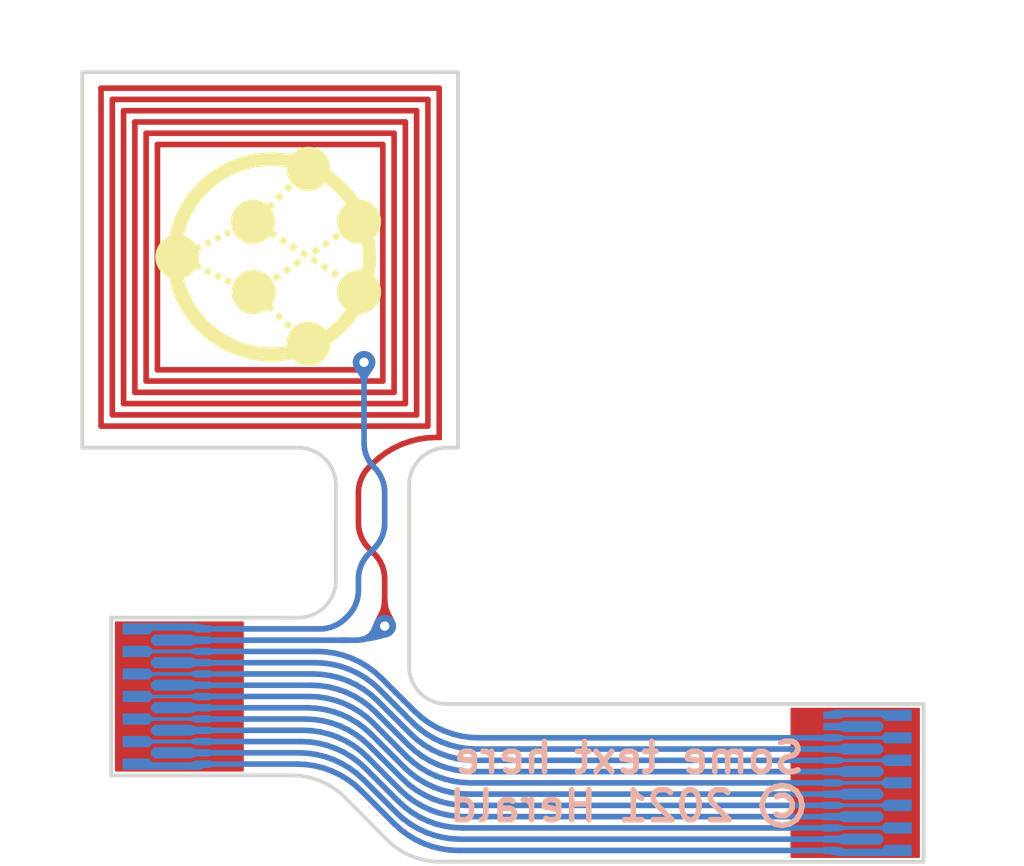
<source format=kicad_pcb>
(kicad_pcb (version 20171130) (host pcbnew "(5.1.6-0)")

  (general
    (thickness 0.2)
    (drawings 21)
    (tracks 314)
    (zones 0)
    (modules 4)
    (nets 12)
  )

  (page A4)
  (title_block
    (title "Herald Bluetooth Wearable Beacon: FPC+NFC cable")
    (company "Herald Project")
    (comment 1 "© 2021 Herald Project Contributors")
    (comment 2 "Licensed under CERN-OHL-P version 2")
  )

  (layers
    (0 F.Cu signal)
    (31 B.Cu signal)
    (32 B.Adhes user)
    (33 F.Adhes user)
    (34 B.Paste user)
    (35 F.Paste user)
    (36 B.SilkS user)
    (37 F.SilkS user)
    (38 B.Mask user)
    (39 F.Mask user)
    (40 Dwgs.User user)
    (41 Cmts.User user)
    (42 Eco1.User user)
    (43 Eco2.User user)
    (44 Edge.Cuts user)
    (45 Margin user)
    (46 B.CrtYd user)
    (47 F.CrtYd user)
    (48 B.Fab user)
    (49 F.Fab user)
  )

  (setup
    (last_trace_width 0.15)
    (trace_clearance 0.1)
    (zone_clearance 0.05)
    (zone_45_only no)
    (trace_min 0.15)
    (via_size 0.8)
    (via_drill 0.4)
    (via_min_size 0.5)
    (via_min_drill 0.3)
    (uvia_size 0.3)
    (uvia_drill 0.1)
    (uvias_allowed no)
    (uvia_min_size 0.2)
    (uvia_min_drill 0.1)
    (edge_width 0.1)
    (segment_width 0.2)
    (pcb_text_width 0.3)
    (pcb_text_size 1.5 1.5)
    (mod_edge_width 0.15)
    (mod_text_size 1 1)
    (mod_text_width 0.15)
    (pad_size 1.524 1.524)
    (pad_drill 0.762)
    (pad_to_mask_clearance 0)
    (aux_axis_origin 0 0)
    (visible_elements FFFFF77F)
    (pcbplotparams
      (layerselection 0x010fc_ffffffff)
      (usegerberextensions false)
      (usegerberattributes true)
      (usegerberadvancedattributes true)
      (creategerberjobfile true)
      (excludeedgelayer true)
      (linewidth 0.100000)
      (plotframeref false)
      (viasonmask false)
      (mode 1)
      (useauxorigin false)
      (hpglpennumber 1)
      (hpglpenspeed 20)
      (hpglpendiameter 15.000000)
      (psnegative false)
      (psa4output false)
      (plotreference true)
      (plotvalue true)
      (plotinvisibletext false)
      (padsonsilk false)
      (subtractmaskfromsilk false)
      (outputformat 1)
      (mirror false)
      (drillshape 1)
      (scaleselection 1)
      (outputdirectory ""))
  )

  (net 0 "")
  (net 1 /BATT)
  (net 2 /VDD)
  (net 3 /SDA)
  (net 4 /SCL)
  (net 5 GND)
  (net 6 /BIO_INT)
  (net 7 /TMP_INT)
  (net 8 "Net-(J2-Pad2)")
  (net 9 "Net-(J2-Pad1)")
  (net 10 /NFC1)
  (net 11 /NFC2)

  (net_class Default "This is the default net class."
    (clearance 0.1)
    (trace_width 0.15)
    (via_dia 0.8)
    (via_drill 0.4)
    (uvia_dia 0.3)
    (uvia_drill 0.1)
    (add_net /BATT)
    (add_net /BIO_INT)
    (add_net /NFC1)
    (add_net /NFC2)
    (add_net /SCL)
    (add_net /SDA)
    (add_net /TMP_INT)
    (add_net /VDD)
    (add_net GND)
    (add_net "Net-(J2-Pad1)")
    (add_net "Net-(J2-Pad2)")
  )

  (module Herald_Wearable_FPC:Herald_Logo_6x6mm_Silk (layer F.Cu) (tedit 0) (tstamp 60890D0A)
    (at 154.2 86.4)
    (fp_text reference G*** (at 0 0) (layer F.SilkS) hide
      (effects (font (size 1.524 1.524) (thickness 0.3)))
    )
    (fp_text value LOGO (at 0.75 0) (layer F.SilkS) hide
      (effects (font (size 1.524 1.524) (thickness 0.3)))
    )
    (fp_poly (pts (xy 1.136479 -2.90662) (xy 1.185175 -2.899029) (xy 1.197816 -2.896368) (xy 1.245092 -2.883746)
      (xy 1.290854 -2.867281) (xy 1.334885 -2.847142) (xy 1.376965 -2.823497) (xy 1.416877 -2.796515)
      (xy 1.454403 -2.766366) (xy 1.489326 -2.733219) (xy 1.521427 -2.697241) (xy 1.550487 -2.658602)
      (xy 1.57629 -2.617472) (xy 1.589487 -2.592916) (xy 1.610146 -2.547904) (xy 1.626656 -2.502573)
      (xy 1.639092 -2.456599) (xy 1.64753 -2.409653) (xy 1.652046 -2.36141) (xy 1.65286 -2.319349)
      (xy 1.652324 -2.277557) (xy 1.686058 -2.253899) (xy 1.772069 -2.191013) (xy 1.855778 -2.124645)
      (xy 1.937022 -2.054963) (xy 2.015636 -1.982134) (xy 2.091458 -1.906326) (xy 2.164323 -1.827706)
      (xy 2.234067 -1.746441) (xy 2.300526 -1.662699) (xy 2.363537 -1.576647) (xy 2.397615 -1.526974)
      (xy 2.414761 -1.501373) (xy 2.44616 -1.500038) (xy 2.494274 -1.49589) (xy 2.541935 -1.487619)
      (xy 2.588814 -1.475331) (xy 2.63458 -1.459136) (xy 2.678905 -1.43914) (xy 2.721459 -1.415452)
      (xy 2.738967 -1.404266) (xy 2.778737 -1.375317) (xy 2.815661 -1.343328) (xy 2.849612 -1.308503)
      (xy 2.880462 -1.271046) (xy 2.908083 -1.231164) (xy 2.932346 -1.18906) (xy 2.953125 -1.14494)
      (xy 2.970292 -1.099009) (xy 2.983718 -1.051471) (xy 2.993276 -1.002531) (xy 2.994403 -0.994833)
      (xy 2.99635 -0.976571) (xy 2.997621 -0.955261) (xy 2.998222 -0.932034) (xy 2.998163 -0.908021)
      (xy 2.997453 -0.884351) (xy 2.996098 -0.862155) (xy 2.994108 -0.842563) (xy 2.993229 -0.836309)
      (xy 2.983501 -0.786258) (xy 2.969994 -0.738037) (xy 2.952745 -0.691725) (xy 2.931792 -0.647399)
      (xy 2.907174 -0.605137) (xy 2.878928 -0.565018) (xy 2.847092 -0.527119) (xy 2.838041 -0.517439)
      (xy 2.819623 -0.498173) (xy 2.825923 -0.463399) (xy 2.840088 -0.376546) (xy 2.851276 -0.28861)
      (xy 2.859536 -0.199057) (xy 2.864917 -0.107356) (xy 2.867419 -0.016933) (xy 2.867614 0.056458)
      (xy 2.866156 0.126936) (xy 2.862968 0.195515) (xy 2.857975 0.263211) (xy 2.851102 0.331037)
      (xy 2.842272 0.40001) (xy 2.831411 0.471143) (xy 2.830744 0.475198) (xy 2.820948 0.534472)
      (xy 2.838695 0.553245) (xy 2.871733 0.591186) (xy 2.901081 0.631196) (xy 2.926717 0.673225)
      (xy 2.948616 0.717224) (xy 2.966756 0.763146) (xy 2.981112 0.810941) (xy 2.991663 0.860562)
      (xy 2.99431 0.877358) (xy 2.995796 0.890807) (xy 2.996931 0.907466) (xy 2.997707 0.926327)
      (xy 2.998114 0.946383) (xy 2.998146 0.966624) (xy 2.997794 0.986043) (xy 2.99705 1.00363)
      (xy 2.995907 1.018378) (xy 2.995453 1.02235) (xy 2.987903 1.068859) (xy 2.97716 1.113211)
      (xy 2.962953 1.156313) (xy 2.945012 1.199071) (xy 2.938947 1.211792) (xy 2.915966 1.25398)
      (xy 2.889381 1.294198) (xy 2.859469 1.33217) (xy 2.826507 1.367618) (xy 2.790771 1.400266)
      (xy 2.752538 1.429838) (xy 2.712084 1.456058) (xy 2.674409 1.476363) (xy 2.632255 1.495153)
      (xy 2.589904 1.510218) (xy 2.546655 1.521746) (xy 2.501806 1.529923) (xy 2.454655 1.534935)
      (xy 2.454074 1.534977) (xy 2.41789 1.537551) (xy 2.407508 1.553467) (xy 2.403133 1.56005)
      (xy 2.396869 1.569308) (xy 2.389255 1.580453) (xy 2.380831 1.592693) (xy 2.372139 1.605239)
      (xy 2.369797 1.608604) (xy 2.306167 1.696233) (xy 2.239257 1.781203) (xy 2.169143 1.86344)
      (xy 2.095898 1.942867) (xy 2.019597 2.019411) (xy 1.940315 2.092996) (xy 1.858125 2.163546)
      (xy 1.773103 2.230987) (xy 1.699919 2.284917) (xy 1.653761 2.317794) (xy 1.652433 2.353226)
      (xy 1.648502 2.402468) (xy 1.640484 2.450806) (xy 1.628471 2.498038) (xy 1.61255 2.543963)
      (xy 1.592811 2.588379) (xy 1.569344 2.631085) (xy 1.542237 2.671879) (xy 1.511579 2.710559)
      (xy 1.478996 2.745412) (xy 1.442807 2.778214) (xy 1.404026 2.807755) (xy 1.362902 2.83391)
      (xy 1.319682 2.856554) (xy 1.274617 2.875564) (xy 1.227955 2.890815) (xy 1.179945 2.902184)
      (xy 1.156481 2.906227) (xy 1.146179 2.907505) (xy 1.133131 2.90869) (xy 1.118138 2.909751)
      (xy 1.102003 2.910657) (xy 1.085528 2.911374) (xy 1.069515 2.911873) (xy 1.054767 2.912121)
      (xy 1.042085 2.912087) (xy 1.032272 2.911739) (xy 1.027642 2.911306) (xy 1.022736 2.910678)
      (xy 1.014959 2.909746) (xy 1.005648 2.908668) (xy 1.001183 2.908163) (xy 0.957017 2.90121)
      (xy 0.912804 2.890376) (xy 0.869073 2.875903) (xy 0.826352 2.858037) (xy 0.785169 2.83702)
      (xy 0.746053 2.813095) (xy 0.709532 2.786507) (xy 0.677854 2.759127) (xy 0.658266 2.740669)
      (xy 0.612237 2.749342) (xy 0.532589 2.763345) (xy 0.455233 2.774842) (xy 0.379125 2.783931)
      (xy 0.30322 2.790708) (xy 0.226473 2.795273) (xy 0.147839 2.797722) (xy 0.08974 2.79823)
      (xy -0.005234 2.796761) (xy -0.098087 2.792284) (xy -0.189684 2.784709) (xy -0.280892 2.773947)
      (xy -0.372578 2.759906) (xy -0.465607 2.742496) (xy -0.487384 2.737985) (xy -0.591771 2.713828)
      (xy -0.694907 2.685666) (xy -0.796681 2.653568) (xy -0.896985 2.617603) (xy -0.995709 2.577843)
      (xy -1.092745 2.534356) (xy -1.187985 2.487213) (xy -1.281318 2.436485) (xy -1.372636 2.38224)
      (xy -1.46183 2.324548) (xy -1.54879 2.263481) (xy -1.633409 2.199108) (xy -1.715577 2.131498)
      (xy -1.795186 2.060722) (xy -1.872125 1.986849) (xy -1.946286 1.909951) (xy -2.017561 1.830096)
      (xy -2.08584 1.747355) (xy -2.140261 1.6764) (xy -2.186153 1.612888) (xy -2.229065 1.550044)
      (xy -2.269524 1.487004) (xy -2.308054 1.422904) (xy -2.345182 1.356877) (xy -2.381432 1.28806)
      (xy -2.405429 1.240087) (xy -2.45017 1.144196) (xy -2.491295 1.046415) (xy -2.52869 0.947071)
      (xy -2.562243 0.846489) (xy -2.591842 0.744995) (xy -2.617374 0.642915) (xy -2.627983 0.594612)
      (xy -2.635791 0.557399) (xy -2.657039 0.548156) (xy -2.69319 0.530509) (xy -2.72924 0.509198)
      (xy -2.764443 0.484741) (xy -2.798052 0.457656) (xy -2.828967 0.428816) (xy -2.862767 0.391884)
      (xy -2.89299 0.352741) (xy -2.919569 0.311539) (xy -2.942438 0.268432) (xy -2.961531 0.223574)
      (xy -2.97678 0.177118) (xy -2.98812 0.129219) (xy -2.995483 0.080029) (xy -2.998576 0.037042)
      (xy -2.998277 -0.01166) (xy -2.993837 -0.059969) (xy -2.985347 -0.107637) (xy -2.972897 -0.154415)
      (xy -2.956579 -0.200054) (xy -2.936481 -0.244307) (xy -2.912695 -0.286924) (xy -2.88531 -0.327657)
      (xy -2.854418 -0.366258) (xy -2.850104 -0.371157) (xy -2.817249 -0.404943) (xy -2.781174 -0.436205)
      (xy -2.74224 -0.46468) (xy -2.700809 -0.490102) (xy -2.658597 -0.511584) (xy -2.63432 -0.52276)
      (xy -2.62936 -0.546564) (xy -2.254657 -0.546564) (xy -2.254593 -0.544283) (xy -2.253247 -0.542364)
      (xy -2.249937 -0.54041) (xy -2.243978 -0.538023) (xy -2.23469 -0.534806) (xy -2.234141 -0.534621)
      (xy -2.18723 -0.516697) (xy -2.142684 -0.495264) (xy -2.100511 -0.470328) (xy -2.060718 -0.441891)
      (xy -2.023313 -0.40996) (xy -2.008626 -0.395816) (xy -1.982892 -0.368845) (xy -1.960222 -0.34234)
      (xy -1.94099 -0.316748) (xy -1.934673 -0.307375) (xy -1.923631 -0.290423) (xy -1.904261 -0.299429)
      (xy -1.894089 -0.304238) (xy -1.881894 -0.310124) (xy -1.869427 -0.316236) (xy -1.861205 -0.32033)
      (xy -1.837519 -0.332225) (xy -1.801212 -0.261207) (xy -1.793077 -0.24524) (xy -1.785615 -0.230488)
      (xy -1.779033 -0.217368) (xy -1.773537 -0.206295) (xy -1.769333 -0.197685) (xy -1.766627 -0.191953)
      (xy -1.765626 -0.189516) (xy -1.765631 -0.189463) (xy -1.767667 -0.188389) (xy -1.772994 -0.185764)
      (xy -1.781074 -0.181848) (xy -1.791371 -0.176899) (xy -1.803349 -0.171176) (xy -1.811866 -0.167124)
      (xy -1.824621 -0.161062) (xy -1.836019 -0.155634) (xy -1.84553 -0.151094) (xy -1.852626 -0.147695)
      (xy -1.856777 -0.14569) (xy -1.857647 -0.145252) (xy -1.857272 -0.143229) (xy -1.856046 -0.137931)
      (xy -1.854166 -0.130186) (xy -1.852053 -0.121708) (xy -1.845329 -0.0922) (xy -1.840447 -0.06388)
      (xy -1.837279 -0.035522) (xy -1.835699 -0.005898) (xy -1.835578 0.026216) (xy -1.835764 0.034902)
      (xy -1.8363 0.049992) (xy -1.837099 0.065297) (xy -1.838087 0.079711) (xy -1.839187 0.092128)
      (xy -1.840322 0.101442) (xy -1.840347 0.1016) (xy -1.842143 0.111823) (xy -1.844767 0.124937)
      (xy -1.84795 0.139743) (xy -1.851422 0.155043) (xy -1.854916 0.169638) (xy -1.858162 0.182329)
      (xy -1.85968 0.187836) (xy -1.85987 0.189461) (xy -1.859175 0.191106) (xy -1.857159 0.193036)
      (xy -1.853384 0.195515) (xy -1.847412 0.198809) (xy -1.838807 0.203182) (xy -1.827132 0.208901)
      (xy -1.816342 0.214115) (xy -1.803724 0.220264) (xy -1.792487 0.225873) (xy -1.783159 0.230666)
      (xy -1.776272 0.234368) (xy -1.772355 0.236704) (xy -1.77165 0.237343) (xy -1.772538 0.239607)
      (xy -1.775033 0.245151) (xy -1.778884 0.253448) (xy -1.783837 0.263974) (xy -1.789641 0.276206)
      (xy -1.796042 0.289617) (xy -1.80279 0.303685) (xy -1.80963 0.317884) (xy -1.816311 0.331691)
      (xy -1.82258 0.34458) (xy -1.828186 0.356026) (xy -1.832875 0.365507) (xy -1.836395 0.372496)
      (xy -1.838494 0.37647) (xy -1.838936 0.377167) (xy -1.841195 0.376724) (xy -1.846704 0.374654)
      (xy -1.854912 0.371193) (xy -1.86527 0.366579) (xy -1.877227 0.361048) (xy -1.884902 0.357406)
      (xy -1.929341 0.336119) (xy -1.932914 0.341097) (xy -1.950406 0.364924) (xy -1.966561 0.385696)
      (xy -1.981986 0.404116) (xy -1.997292 0.420886) (xy -2.013086 0.436712) (xy -2.026418 0.449106)
      (xy -2.061302 0.478134) (xy -2.098685 0.504664) (xy -2.137901 0.528309) (xy -2.178287 0.548684)
      (xy -2.219177 0.565401) (xy -2.236787 0.571381) (xy -2.245306 0.574485) (xy -2.250573 0.577277)
      (xy -2.252133 0.579282) (xy -2.25158 0.582944) (xy -2.250023 0.590086) (xy -2.247614 0.600116)
      (xy -2.244508 0.61244) (xy -2.240858 0.626467) (xy -2.236816 0.641605) (xy -2.232537 0.65726)
      (xy -2.228172 0.67284) (xy -2.225645 0.681671) (xy -2.195528 0.778409) (xy -2.161561 0.873454)
      (xy -2.12381 0.966709) (xy -2.082346 1.058077) (xy -2.037238 1.147461) (xy -1.988553 1.234763)
      (xy -1.936361 1.319886) (xy -1.880731 1.402733) (xy -1.821731 1.483206) (xy -1.759431 1.561209)
      (xy -1.693899 1.636644) (xy -1.625204 1.709414) (xy -1.553415 1.779421) (xy -1.478601 1.846568)
      (xy -1.40083 1.910759) (xy -1.320172 1.971896) (xy -1.303867 1.983629) (xy -1.220984 2.040174)
      (xy -1.135947 2.093127) (xy -1.048896 2.142439) (xy -0.959974 2.188063) (xy -0.869322 2.229952)
      (xy -0.77708 2.268057) (xy -0.683391 2.302332) (xy -0.588396 2.332729) (xy -0.492236 2.359199)
      (xy -0.395052 2.381696) (xy -0.296986 2.400172) (xy -0.19818 2.41458) (xy -0.098774 2.424871)
      (xy 0.001089 2.430998) (xy 0.027517 2.431915) (xy 0.042633 2.432359) (xy 0.05671 2.432779)
      (xy 0.069079 2.433156) (xy 0.079074 2.433468) (xy 0.086025 2.433696) (xy 0.0889 2.433801)
      (xy 0.092788 2.433814) (xy 0.100337 2.433703) (xy 0.110975 2.433483) (xy 0.124133 2.433166)
      (xy 0.13924 2.432765) (xy 0.155725 2.432294) (xy 0.1651 2.432013) (xy 0.211105 2.430317)
      (xy 0.254079 2.428095) (xy 0.2952 2.425245) (xy 0.335648 2.421668) (xy 0.376603 2.417266)
      (xy 0.419245 2.411937) (xy 0.445048 2.408407) (xy 0.493221 2.401632) (xy 0.491615 2.387737)
      (xy 0.490755 2.376896) (xy 0.490222 2.36278) (xy 0.489997 2.346336) (xy 0.490064 2.328509)
      (xy 0.490407 2.310243) (xy 0.491009 2.292485) (xy 0.491854 2.27618) (xy 0.492924 2.262273)
      (xy 0.493978 2.253192) (xy 0.503321 2.202964) (xy 0.516506 2.154495) (xy 0.533516 2.107818)
      (xy 0.554338 2.062968) (xy 0.578957 2.019979) (xy 0.607357 1.978886) (xy 0.618741 1.964267)
      (xy 0.631561 1.949234) (xy 0.646897 1.932746) (xy 0.66381 1.915712) (xy 0.681362 1.899041)
      (xy 0.698614 1.88364) (xy 0.714627 1.870419) (xy 0.719816 1.866436) (xy 0.761312 1.837935)
      (xy 0.804597 1.813244) (xy 0.84953 1.792418) (xy 0.89597 1.775511) (xy 0.943775 1.762577)
      (xy 0.992806 1.75367) (xy 1.02235 1.750317) (xy 1.039331 1.749268) (xy 1.058978 1.748802)
      (xy 1.080085 1.748889) (xy 1.101448 1.7495) (xy 1.121859 1.750603) (xy 1.140115 1.752169)
      (xy 1.151051 1.753537) (xy 1.200647 1.762966) (xy 1.248888 1.776352) (xy 1.295589 1.793614)
      (xy 1.340567 1.814673) (xy 1.383638 1.839448) (xy 1.424616 1.867859) (xy 1.438023 1.878319)
      (xy 1.450114 1.888515) (xy 1.463572 1.90067) (xy 1.477521 1.913927) (xy 1.491088 1.927427)
      (xy 1.503398 1.940314) (xy 1.513575 1.95173) (xy 1.516499 1.955253) (xy 1.52699 1.968216)
      (xy 1.538724 1.959899) (xy 1.548043 1.953103) (xy 1.559954 1.944125) (xy 1.573793 1.933484)
      (xy 1.588895 1.921704) (xy 1.604597 1.909305) (xy 1.620234 1.896811) (xy 1.635142 1.884743)
      (xy 1.648658 1.873622) (xy 1.651058 1.871622) (xy 1.704358 1.825628) (xy 1.757819 1.776634)
      (xy 1.810524 1.725543) (xy 1.861558 1.67326) (xy 1.910004 1.620687) (xy 1.938154 1.588559)
      (xy 1.948761 1.576051) (xy 1.960304 1.56218) (xy 1.972495 1.54731) (xy 1.985051 1.531806)
      (xy 1.997686 1.516033) (xy 2.010114 1.500357) (xy 2.022051 1.485143) (xy 2.033209 1.470756)
      (xy 2.043305 1.457561) (xy 2.052053 1.445924) (xy 2.059168 1.436208) (xy 2.064363 1.42878)
      (xy 2.067354 1.424005) (xy 2.067984 1.422445) (xy 2.066444 1.420547) (xy 2.062217 1.416503)
      (xy 2.055891 1.410847) (xy 2.048054 1.404115) (xy 2.045229 1.401743) (xy 2.008142 1.368066)
      (xy 1.974398 1.331833) (xy 1.944075 1.293183) (xy 1.917251 1.252251) (xy 1.894001 1.209176)
      (xy 1.874405 1.164094) (xy 1.858537 1.117142) (xy 1.846477 1.068459) (xy 1.841179 1.038978)
      (xy 1.838805 1.019446) (xy 1.837167 0.996916) (xy 1.836265 0.972508) (xy 1.836099 0.947339)
      (xy 1.836671 0.922527) (xy 1.837982 0.899192) (xy 1.840031 0.878451) (xy 1.841077 0.871008)
      (xy 1.850922 0.820715) (xy 1.864474 0.772447) (xy 1.881721 0.726227) (xy 1.902652 0.682079)
      (xy 1.927254 0.640027) (xy 1.955516 0.600093) (xy 1.987426 0.562302) (xy 2.005842 0.543121)
      (xy 2.04284 0.509127) (xy 2.081984 0.478776) (xy 2.123206 0.452099) (xy 2.166438 0.42913)
      (xy 2.211614 0.409903) (xy 2.258664 0.394449) (xy 2.307523 0.382803) (xy 2.346325 0.376451)
      (xy 2.355578 0.375559) (xy 2.36821 0.374818) (xy 2.383371 0.37424) (xy 2.400208 0.373837)
      (xy 2.417872 0.373622) (xy 2.435509 0.373605) (xy 2.452269 0.373799) (xy 2.4673 0.374215)
      (xy 2.476424 0.37465) (xy 2.49434 0.375708) (xy 2.498012 0.350308) (xy 2.500516 0.33191)
      (xy 2.5032 0.310256) (xy 2.505962 0.286313) (xy 2.508697 0.261048) (xy 2.511302 0.23543)
      (xy 2.513671 0.210426) (xy 2.515703 0.187003) (xy 2.516104 0.182034) (xy 2.517169 0.1656)
      (xy 2.51807 0.145575) (xy 2.518807 0.122556) (xy 2.519381 0.097141) (xy 2.519792 0.069927)
      (xy 2.520039 0.041511) (xy 2.520123 0.012491) (xy 2.520044 -0.016537) (xy 2.519802 -0.044974)
      (xy 2.519397 -0.072224) (xy 2.518829 -0.09769) (xy 2.518099 -0.120772) (xy 2.517206 -0.140876)
      (xy 2.51615 -0.157403) (xy 2.516043 -0.15875) (xy 2.514421 -0.177839) (xy 2.51261 -0.197732)
      (xy 2.510662 -0.217977) (xy 2.508627 -0.238122) (xy 2.506556 -0.257717) (xy 2.5045 -0.27631)
      (xy 2.502512 -0.29345) (xy 2.500642 -0.308686) (xy 2.498941 -0.321566) (xy 2.497461 -0.331639)
      (xy 2.496252 -0.338454) (xy 2.495367 -0.341561) (xy 2.495282 -0.341665) (xy 2.492955 -0.341732)
      (xy 2.487572 -0.341251) (xy 2.480263 -0.340326) (xy 2.479675 -0.340242) (xy 2.473158 -0.339616)
      (xy 2.463263 -0.33906) (xy 2.450847 -0.338602) (xy 2.436767 -0.338272) (xy 2.421877 -0.338099)
      (xy 2.416175 -0.33808) (xy 2.386534 -0.338542) (xy 2.359792 -0.340067) (xy 2.334721 -0.342784)
      (xy 2.310091 -0.346821) (xy 2.288117 -0.351496) (xy 2.239704 -0.36488) (xy 2.193137 -0.382025)
      (xy 2.148544 -0.402862) (xy 2.106056 -0.427322) (xy 2.065802 -0.455332) (xy 2.027911 -0.486825)
      (xy 2.014664 -0.499203) (xy 1.979772 -0.535662) (xy 1.948552 -0.574222) (xy 1.921018 -0.614858)
      (xy 1.897186 -0.65754) (xy 1.877068 -0.702242) (xy 1.860679 -0.748935) (xy 1.848034 -0.797592)
      (xy 1.840106 -0.841375) (xy 1.838694 -0.853968) (xy 1.837592 -0.869723) (xy 1.836808 -0.887714)
      (xy 1.836347 -0.907017) (xy 1.836217 -0.926706) (xy 1.836422 -0.945857) (xy 1.83697 -0.963544)
      (xy 1.837867 -0.978843) (xy 1.839087 -0.9906) (xy 1.84786 -1.04016) (xy 1.859936 -1.087254)
      (xy 1.875437 -1.132212) (xy 1.894485 -1.175361) (xy 1.917204 -1.217032) (xy 1.932768 -1.241641)
      (xy 1.956366 -1.274396) (xy 1.982629 -1.306018) (xy 2.010723 -1.335593) (xy 2.039814 -1.362206)
      (xy 2.051168 -1.371519) (xy 2.059373 -1.378034) (xy 2.066308 -1.383547) (xy 2.071337 -1.387554)
      (xy 2.073828 -1.389551) (xy 2.073974 -1.389672) (xy 2.073081 -1.391582) (xy 2.069914 -1.396414)
      (xy 2.064784 -1.403742) (xy 2.058004 -1.413138) (xy 2.049889 -1.424176) (xy 2.04075 -1.436428)
      (xy 2.030901 -1.449467) (xy 2.020655 -1.462866) (xy 2.014305 -1.471083) (xy 1.95116 -1.549083)
      (xy 1.884913 -1.624378) (xy 1.815754 -1.696775) (xy 1.743872 -1.76608) (xy 1.669458 -1.832102)
      (xy 1.618192 -1.874471) (xy 1.606312 -1.883928) (xy 1.593623 -1.893887) (xy 1.580572 -1.904011)
      (xy 1.567603 -1.913966) (xy 1.555161 -1.923416) (xy 1.543693 -1.932024) (xy 1.533643 -1.939455)
      (xy 1.525456 -1.945374) (xy 1.519578 -1.949444) (xy 1.516455 -1.95133) (xy 1.516129 -1.95142)
      (xy 1.514106 -1.949851) (xy 1.510066 -1.945768) (xy 1.504714 -1.939902) (xy 1.501775 -1.936539)
      (xy 1.479136 -1.912489) (xy 1.453025 -1.888646) (xy 1.42419 -1.865574) (xy 1.393379 -1.843836)
      (xy 1.361337 -1.823997) (xy 1.331378 -1.807888) (xy 1.28721 -1.787925) (xy 1.242945 -1.772043)
      (xy 1.198057 -1.760108) (xy 1.152025 -1.751989) (xy 1.104325 -1.747553) (xy 1.090083 -1.746936)
      (xy 1.040446 -1.747394) (xy 0.991519 -1.751971) (xy 0.943511 -1.760584) (xy 0.896627 -1.773149)
      (xy 0.851075 -1.789583) (xy 0.807061 -1.809803) (xy 0.764792 -1.833723) (xy 0.724475 -1.861262)
      (xy 0.686317 -1.892334) (xy 0.654003 -1.923242) (xy 0.637641 -1.940542) (xy 0.6236 -1.956446)
      (xy 0.610887 -1.972191) (xy 0.598508 -1.989014) (xy 0.585469 -2.008152) (xy 0.583904 -2.010526)
      (xy 0.559774 -2.050972) (xy 0.538872 -2.093932) (xy 0.521346 -2.139017) (xy 0.507341 -2.185838)
      (xy 0.497005 -2.234005) (xy 0.495042 -2.246009) (xy 0.493372 -2.257786) (xy 0.492124 -2.269001)
      (xy 0.491239 -2.28062) (xy 0.490659 -2.29361) (xy 0.490327 -2.308936) (xy 0.490187 -2.32677)
      (xy 0.490096 -2.342923) (xy 0.489932 -2.355325) (xy 0.489662 -2.36446) (xy 0.489255 -2.370809)
      (xy 0.48868 -2.374856) (xy 0.487904 -2.377083) (xy 0.486897 -2.377973) (xy 0.486833 -2.377993)
      (xy 0.482516 -2.378906) (xy 0.474612 -2.380232) (xy 0.46374 -2.381886) (xy 0.450519 -2.383781)
      (xy 0.435565 -2.385833) (xy 0.419497 -2.387954) (xy 0.402933 -2.390059) (xy 0.386491 -2.392062)
      (xy 0.381 -2.392709) (xy 0.282457 -2.40213) (xy 0.183114 -2.407514) (xy 0.083475 -2.408852)
      (xy -0.015956 -2.406137) (xy -0.092075 -2.401275) (xy -0.192442 -2.391144) (xy -0.291876 -2.37692)
      (xy -0.390266 -2.358665) (xy -0.487504 -2.336439) (xy -0.58348 -2.310301) (xy -0.678087 -2.280311)
      (xy -0.771215 -2.24653) (xy -0.862755 -2.209017) (xy -0.952599 -2.167832) (xy -1.040637 -2.123035)
      (xy -1.126761 -2.074687) (xy -1.210861 -2.022846) (xy -1.29283 -1.967574) (xy -1.372557 -1.90893)
      (xy -1.449934 -1.846974) (xy -1.524852 -1.781766) (xy -1.597203 -1.713367) (xy -1.666877 -1.641835)
      (xy -1.733765 -1.567231) (xy -1.797759 -1.489615) (xy -1.834859 -1.44144) (xy -1.894362 -1.358672)
      (xy -1.950077 -1.27402) (xy -2.001993 -1.187505) (xy -2.050101 -1.099146) (xy -2.09439 -1.008965)
      (xy -2.13485 -0.916983) (xy -2.171472 -0.82322) (xy -2.204246 -0.727698) (xy -2.233161 -0.630436)
      (xy -2.241579 -0.599016) (xy -2.24516 -0.585197) (xy -2.248393 -0.57253) (xy -2.251118 -0.561665)
      (xy -2.253174 -0.553247) (xy -2.254398 -0.547925) (xy -2.254657 -0.546564) (xy -2.62936 -0.546564)
      (xy -2.627587 -0.555067) (xy -2.604203 -0.657003) (xy -2.576696 -0.758351) (xy -2.54516 -0.858908)
      (xy -2.509687 -0.958467) (xy -2.470371 -1.056824) (xy -2.427304 -1.153772) (xy -2.380581 -1.249107)
      (xy -2.330294 -1.342622) (xy -2.276536 -1.434113) (xy -2.219401 -1.523374) (xy -2.158982 -1.610199)
      (xy -2.132785 -1.645708) (xy -2.100822 -1.687616) (xy -2.069533 -1.727186) (xy -2.0383 -1.765127)
      (xy -2.006504 -1.802149) (xy -1.973528 -1.838961) (xy -1.938752 -1.876271) (xy -1.901559 -1.914789)
      (xy -1.873395 -1.94321) (xy -1.834756 -1.98134) (xy -1.797916 -2.016636) (xy -1.76219 -2.049694)
      (xy -1.726896 -2.081108) (xy -1.691351 -2.111474) (xy -1.654872 -2.141389) (xy -1.616775 -2.171447)
      (xy -1.576378 -2.202244) (xy -1.575858 -2.202634) (xy -1.488661 -2.265444) (xy -1.399179 -2.324733)
      (xy -1.307544 -2.380449) (xy -1.21389 -2.432543) (xy -1.11835 -2.480964) (xy -1.021058 -2.525661)
      (xy -0.922145 -2.566584) (xy -0.821746 -2.603682) (xy -0.719994 -2.636905) (xy -0.617021 -2.666202)
      (xy -0.512961 -2.691523) (xy -0.407947 -2.712816) (xy -0.302112 -2.730032) (xy -0.195589 -2.74312)
      (xy -0.138641 -2.748386) (xy -0.112072 -2.750479) (xy -0.087565 -2.75221) (xy -0.06413 -2.753627)
      (xy -0.040775 -2.754776) (xy -0.016508 -2.755704) (xy 0.009663 -2.756459) (xy 0.038728 -2.757087)
      (xy 0.049742 -2.757285) (xy 0.154904 -2.75701) (xy 0.260585 -2.752596) (xy 0.366523 -2.744063)
      (xy 0.472458 -2.731435) (xy 0.578129 -2.714732) (xy 0.589381 -2.712709) (xy 0.627369 -2.705801)
      (xy 0.652881 -2.732233) (xy 0.688691 -2.766356) (xy 0.726821 -2.797032) (xy 0.767041 -2.824192)
      (xy 0.809121 -2.847768) (xy 0.852831 -2.86769) (xy 0.897943 -2.883889) (xy 0.944226 -2.896296)
      (xy 0.99145 -2.904842) (xy 1.039387 -2.909457) (xy 1.087807 -2.910073) (xy 1.136479 -2.90662)) (layer F.SilkS) (width 0.01))
    (fp_poly (pts (xy 0.533607 1.725976) (xy 0.537404 1.729496) (xy 0.54377 1.735553) (xy 0.552256 1.743716)
      (xy 0.562416 1.753551) (xy 0.573801 1.764626) (xy 0.585964 1.776509) (xy 0.592252 1.782671)
      (xy 0.641578 1.831064) (xy 0.587372 1.886553) (xy 0.574961 1.899226) (xy 0.56345 1.910916)
      (xy 0.553179 1.921284) (xy 0.544491 1.929987) (xy 0.537725 1.936684) (xy 0.533223 1.941033)
      (xy 0.531325 1.942694) (xy 0.531318 1.942697) (xy 0.529439 1.941416) (xy 0.524889 1.937484)
      (xy 0.518011 1.93122) (xy 0.509148 1.922945) (xy 0.498645 1.912981) (xy 0.486843 1.901647)
      (xy 0.474085 1.889265) (xy 0.472697 1.88791) (xy 0.459886 1.875379) (xy 0.448059 1.86377)
      (xy 0.437553 1.853416) (xy 0.428702 1.844651) (xy 0.421842 1.837806) (xy 0.41731 1.833214)
      (xy 0.415442 1.831209) (xy 0.415415 1.831164) (xy 0.416725 1.829406) (xy 0.420678 1.824969)
      (xy 0.426952 1.818197) (xy 0.435224 1.809431) (xy 0.44517 1.799013) (xy 0.456468 1.787285)
      (xy 0.468794 1.77459) (xy 0.469597 1.773767) (xy 0.524289 1.717675) (xy 0.533607 1.725976)) (layer F.SilkS) (width 0.01))
    (fp_poly (pts (xy 0.349209 1.54714) (xy 0.407375 1.603822) (xy 0.400201 1.612065) (xy 0.396962 1.615596)
      (xy 0.391177 1.621705) (xy 0.383268 1.629952) (xy 0.37366 1.6399) (xy 0.362774 1.651108)
      (xy 0.351035 1.663138) (xy 0.345101 1.669199) (xy 0.297176 1.718089) (xy 0.238586 1.660732)
      (xy 0.179997 1.603375) (xy 0.235519 1.546916) (xy 0.291042 1.490457) (xy 0.349209 1.54714)) (layer F.SilkS) (width 0.01))
    (fp_poly (pts (xy -0.375863 0.373546) (xy -0.355325 0.374038) (xy -0.336292 0.374953) (xy -0.319717 0.37629)
      (xy -0.310091 0.377476) (xy -0.25988 0.386973) (xy -0.211456 0.400246) (xy -0.164941 0.417225)
      (xy -0.120453 0.437839) (xy -0.078113 0.462016) (xy -0.038041 0.489687) (xy -0.000355 0.520781)
      (xy 0.034823 0.555226) (xy 0.067375 0.592952) (xy 0.07833 0.607192) (xy 0.105461 0.647058)
      (xy 0.129246 0.689377) (xy 0.149567 0.733861) (xy 0.166302 0.78022) (xy 0.179332 0.828167)
      (xy 0.187405 0.86995) (xy 0.189141 0.88401) (xy 0.190511 0.901307) (xy 0.1915 0.920861)
      (xy 0.192093 0.94169) (xy 0.192275 0.962814) (xy 0.192031 0.983251) (xy 0.191347 1.002021)
      (xy 0.190208 1.018142) (xy 0.189721 1.022784) (xy 0.182321 1.069892) (xy 0.17122 1.116151)
      (xy 0.15659 1.161081) (xy 0.1386 1.204201) (xy 0.117419 1.24503) (xy 0.102785 1.268942)
      (xy 0.097426 1.27736) (xy 0.093066 1.284564) (xy 0.090158 1.289782) (xy 0.089154 1.292225)
      (xy 0.09067 1.294185) (xy 0.094874 1.298649) (xy 0.101367 1.305222) (xy 0.109753 1.313508)
      (xy 0.119637 1.323111) (xy 0.13062 1.333636) (xy 0.131436 1.334412) (xy 0.142463 1.344944)
      (xy 0.152412 1.354532) (xy 0.16089 1.36279) (xy 0.167503 1.369332) (xy 0.171856 1.37377)
      (xy 0.173557 1.375718) (xy 0.173567 1.375755) (xy 0.172139 1.377506) (xy 0.168072 1.381936)
      (xy 0.161695 1.388704) (xy 0.153332 1.397465) (xy 0.143312 1.407879) (xy 0.131961 1.419602)
      (xy 0.119606 1.432293) (xy 0.118889 1.433028) (xy 0.06421 1.489028) (xy 0.022521 1.448835)
      (xy 0.011508 1.438256) (xy 0.001454 1.428675) (xy -0.007228 1.420476) (xy -0.014129 1.414046)
      (xy -0.018836 1.409771) (xy -0.02094 1.408035) (xy -0.020973 1.40802) (xy -0.023317 1.408958)
      (xy -0.028203 1.41198) (xy -0.034833 1.416571) (xy -0.039968 1.420352) (xy -0.063573 1.436934)
      (xy -0.089992 1.453401) (xy -0.117961 1.469061) (xy -0.146218 1.483223) (xy -0.173499 1.495198)
      (xy -0.184842 1.499586) (xy -0.232131 1.514801) (xy -0.28047 1.526002) (xy -0.329514 1.53314)
      (xy -0.378914 1.536169) (xy -0.428323 1.53504) (xy -0.437091 1.534399) (xy -0.485114 1.528418)
      (xy -0.53241 1.518353) (xy -0.578713 1.50433) (xy -0.623752 1.486474) (xy -0.66726 1.46491)
      (xy -0.708966 1.439762) (xy -0.748603 1.411157) (xy -0.785901 1.37922) (xy -0.800285 1.365359)
      (xy -0.833496 1.329313) (xy -0.863301 1.290895) (xy -0.889622 1.25035) (xy -0.912381 1.207923)
      (xy -0.931501 1.163858) (xy -0.946904 1.1184) (xy -0.958511 1.071793) (xy -0.966246 1.024282)
      (xy -0.970031 0.976112) (xy -0.969787 0.927528) (xy -0.965436 0.878773) (xy -0.962089 0.856673)
      (xy -0.951724 0.808375) (xy -0.937512 0.761633) (xy -0.919609 0.71663) (xy -0.898172 0.673548)
      (xy -0.873357 0.632569) (xy -0.845321 0.593876) (xy -0.814221 0.55765) (xy -0.780214 0.524075)
      (xy -0.743456 0.493332) (xy -0.704104 0.465604) (xy -0.662314 0.441073) (xy -0.618244 0.419922)
      (xy -0.572049 0.402332) (xy -0.5715 0.402149) (xy -0.536592 0.391684) (xy -0.500765 0.383301)
      (xy -0.467783 0.37743) (xy -0.454012 0.375806) (xy -0.436981 0.374606) (xy -0.417644 0.373829)
      (xy -0.396954 0.373476) (xy -0.375863 0.373546)) (layer F.SilkS) (width 0.01))
    (fp_poly (pts (xy -1.08295 0.5662) (xy -1.074294 0.570281) (xy -1.063645 0.575355) (xy -1.05156 0.581151)
      (xy -1.038598 0.587397) (xy -1.025319 0.593821) (xy -1.012282 0.600153) (xy -1.000044 0.60612)
      (xy -0.989166 0.611451) (xy -0.980205 0.615874) (xy -0.973721 0.619117) (xy -0.970273 0.620909)
      (xy -0.969869 0.621159) (xy -0.970574 0.623155) (xy -0.972877 0.628445) (xy -0.976535 0.636515)
      (xy -0.981302 0.646849) (xy -0.986933 0.65893) (xy -0.993184 0.672243) (xy -0.999811 0.686272)
      (xy -1.006568 0.700501) (xy -1.013211 0.714415) (xy -1.019495 0.727498) (xy -1.025175 0.739233)
      (xy -1.030006 0.749105) (xy -1.033745 0.756599) (xy -1.036145 0.761198) (xy -1.036883 0.762402)
      (xy -1.039037 0.761863) (xy -1.044551 0.75967) (xy -1.05298 0.756023) (xy -1.063877 0.751123)
      (xy -1.076798 0.745169) (xy -1.091295 0.738361) (xy -1.103842 0.73238) (xy -1.119254 0.724933)
      (xy -1.133379 0.718008) (xy -1.145779 0.711826) (xy -1.156017 0.706611) (xy -1.163656 0.702585)
      (xy -1.168257 0.699969) (xy -1.169458 0.699039) (xy -1.168572 0.696768) (xy -1.16605 0.691122)
      (xy -1.162095 0.682535) (xy -1.156911 0.671444) (xy -1.150703 0.658286) (xy -1.143674 0.643495)
      (xy -1.136028 0.627509) (xy -1.135866 0.627173) (xy -1.102274 0.557165) (xy -1.08295 0.5662)) (layer F.SilkS) (width 0.01))
    (fp_poly (pts (xy 0.251093 0.446181) (xy 0.25468 0.450907) (xy 0.259966 0.458202) (xy 0.266624 0.467589)
      (xy 0.274328 0.478593) (xy 0.282752 0.490737) (xy 0.291571 0.503546) (xy 0.300457 0.516543)
      (xy 0.309086 0.529251) (xy 0.317131 0.541196) (xy 0.324266 0.5519) (xy 0.330165 0.560889)
      (xy 0.334502 0.567684) (xy 0.336951 0.571812) (xy 0.337378 0.572793) (xy 0.335745 0.574382)
      (xy 0.331075 0.578031) (xy 0.32383 0.583417) (xy 0.314472 0.590217) (xy 0.303462 0.598108)
      (xy 0.291262 0.606766) (xy 0.278335 0.615869) (xy 0.265141 0.625093) (xy 0.252143 0.634115)
      (xy 0.239803 0.642612) (xy 0.228581 0.650261) (xy 0.218941 0.656739) (xy 0.211344 0.661722)
      (xy 0.206251 0.664888) (xy 0.20437 0.665869) (xy 0.202711 0.664361) (xy 0.198969 0.659723)
      (xy 0.193424 0.652341) (xy 0.186354 0.642598) (xy 0.178039 0.630878) (xy 0.168756 0.617568)
      (xy 0.158786 0.603049) (xy 0.15875 0.602997) (xy 0.148804 0.588385) (xy 0.139625 0.574862)
      (xy 0.131484 0.562828) (xy 0.124653 0.552686) (xy 0.119401 0.544837) (xy 0.115999 0.539684)
      (xy 0.11472 0.53763) (xy 0.116269 0.536154) (xy 0.12087 0.532628) (xy 0.128062 0.52737)
      (xy 0.137387 0.520695) (xy 0.148386 0.512922) (xy 0.1606 0.504367) (xy 0.17357 0.495347)
      (xy 0.186838 0.48618) (xy 0.199943 0.477182) (xy 0.212427 0.46867) (xy 0.223832 0.460963)
      (xy 0.233697 0.454375) (xy 0.241565 0.449225) (xy 0.246977 0.44583) (xy 0.249472 0.444507)
      (xy 0.249529 0.4445) (xy 0.251093 0.446181)) (layer F.SilkS) (width 0.01))
    (fp_poly (pts (xy -1.366461 0.430599) (xy -1.361049 0.433036) (xy -1.352898 0.436791) (xy -1.342547 0.441609)
      (xy -1.330535 0.447235) (xy -1.3174 0.453414) (xy -1.303684 0.459891) (xy -1.289924 0.466411)
      (xy -1.27666 0.472718) (xy -1.264432 0.478558) (xy -1.253778 0.483675) (xy -1.245238 0.487815)
      (xy -1.239351 0.490721) (xy -1.236657 0.49214) (xy -1.236598 0.49218) (xy -1.23729 0.494139)
      (xy -1.239613 0.499385) (xy -1.243318 0.507406) (xy -1.248159 0.517695) (xy -1.253889 0.529742)
      (xy -1.260262 0.543038) (xy -1.267031 0.557074) (xy -1.273948 0.57134) (xy -1.280767 0.585328)
      (xy -1.287241 0.598528) (xy -1.293123 0.610431) (xy -1.298167 0.620528) (xy -1.302125 0.62831)
      (xy -1.304751 0.633268) (xy -1.305787 0.634898) (xy -1.307926 0.633992) (xy -1.313433 0.631465)
      (xy -1.321858 0.627529) (xy -1.332753 0.622395) (xy -1.345669 0.616274) (xy -1.360156 0.609378)
      (xy -1.372091 0.603677) (xy -1.390269 0.594894) (xy -1.405782 0.58722) (xy -1.418399 0.580777)
      (xy -1.427892 0.575682) (xy -1.434032 0.572058) (xy -1.436589 0.570024) (xy -1.436649 0.569803)
      (xy -1.435558 0.56684) (xy -1.432888 0.560732) (xy -1.42889 0.551996) (xy -1.423813 0.541149)
      (xy -1.41791 0.528708) (xy -1.411432 0.515188) (xy -1.404629 0.501106) (xy -1.397752 0.48698)
      (xy -1.391053 0.473325) (xy -1.384782 0.460658) (xy -1.37919 0.449496) (xy -1.374529 0.440355)
      (xy -1.371049 0.433752) (xy -1.369001 0.430203) (xy -1.368594 0.429736) (xy -1.366461 0.430599)) (layer F.SilkS) (width 0.01))
    (fp_poly (pts (xy 1.748354 0.359754) (xy 1.753531 0.362441) (xy 1.761262 0.366892) (xy 1.771078 0.372801)
      (xy 1.78251 0.379866) (xy 1.795087 0.387783) (xy 1.808342 0.396248) (xy 1.821805 0.404957)
      (xy 1.835007 0.413606) (xy 1.847478 0.421891) (xy 1.858749 0.42951) (xy 1.868351 0.436158)
      (xy 1.875815 0.441531) (xy 1.880672 0.445325) (xy 1.882452 0.447238) (xy 1.882436 0.447327)
      (xy 1.879593 0.452028) (xy 1.875009 0.459348) (xy 1.868994 0.468808) (xy 1.86186 0.479931)
      (xy 1.853917 0.492242) (xy 1.845477 0.505261) (xy 1.836851 0.518514) (xy 1.82835 0.531521)
      (xy 1.820285 0.543807) (xy 1.812968 0.554894) (xy 1.806709 0.564304) (xy 1.80182 0.571562)
      (xy 1.798612 0.576189) (xy 1.797404 0.577714) (xy 1.795368 0.576571) (xy 1.790181 0.573374)
      (xy 1.782243 0.568376) (xy 1.771952 0.561831) (xy 1.759705 0.553993) (xy 1.745903 0.545115)
      (xy 1.730944 0.535451) (xy 1.729317 0.534398) (xy 1.714319 0.52462) (xy 1.700527 0.515501)
      (xy 1.688328 0.507308) (xy 1.678107 0.500306) (xy 1.670251 0.494758) (xy 1.665147 0.490931)
      (xy 1.663181 0.48909) (xy 1.663173 0.48902) (xy 1.664387 0.48684) (xy 1.667585 0.481599)
      (xy 1.67245 0.473791) (xy 1.678669 0.463909) (xy 1.685924 0.452446) (xy 1.693901 0.439896)
      (xy 1.702284 0.426753) (xy 1.710758 0.41351) (xy 1.719007 0.400661) (xy 1.726716 0.388699)
      (xy 1.733569 0.378117) (xy 1.739251 0.36941) (xy 1.743446 0.36307) (xy 1.745839 0.359592)
      (xy 1.7462 0.359133) (xy 1.748354 0.359754)) (layer F.SilkS) (width 0.01))
    (fp_poly (pts (xy -1.634395 0.302921) (xy -1.629074 0.305139) (xy -1.621007 0.308695) (xy -1.61073 0.313339)
      (xy -1.598777 0.318821) (xy -1.585681 0.324888) (xy -1.571977 0.331292) (xy -1.558199 0.33778)
      (xy -1.544881 0.344103) (xy -1.532556 0.350009) (xy -1.52176 0.355249) (xy -1.513025 0.359571)
      (xy -1.506887 0.362724) (xy -1.503878 0.364459) (xy -1.503723 0.364588) (xy -1.504453 0.366557)
      (xy -1.506774 0.371827) (xy -1.510443 0.379886) (xy -1.515216 0.390221) (xy -1.520852 0.402316)
      (xy -1.527108 0.41566) (xy -1.53374 0.429738) (xy -1.540505 0.444037) (xy -1.547161 0.458044)
      (xy -1.553465 0.471245) (xy -1.559175 0.483126) (xy -1.564046 0.493173) (xy -1.567837 0.500875)
      (xy -1.570304 0.505716) (xy -1.571158 0.507181) (xy -1.573106 0.506409) (xy -1.578424 0.504001)
      (xy -1.586674 0.500164) (xy -1.597413 0.495105) (xy -1.610204 0.489031) (xy -1.624604 0.482149)
      (xy -1.636908 0.47624) (xy -1.652318 0.468808) (xy -1.666492 0.461942) (xy -1.678984 0.455861)
      (xy -1.689347 0.450784) (xy -1.697135 0.446929) (xy -1.701902 0.444514) (xy -1.703235 0.44377)
      (xy -1.702555 0.441751) (xy -1.700278 0.436436) (xy -1.696648 0.428341) (xy -1.69191 0.417983)
      (xy -1.686307 0.405876) (xy -1.680083 0.392539) (xy -1.673481 0.378487) (xy -1.666746 0.364237)
      (xy -1.660121 0.350304) (xy -1.65385 0.337205) (xy -1.648176 0.325457) (xy -1.643344 0.315576)
      (xy -1.639597 0.308077) (xy -1.637179 0.303478) (xy -1.636439 0.302292) (xy -1.634395 0.302921)) (layer F.SilkS) (width 0.01))
    (fp_poly (pts (xy 0.532019 0.269511) (xy 0.538345 0.278576) (xy 0.545813 0.289381) (xy 0.554094 0.301437)
      (xy 0.562855 0.314256) (xy 0.571768 0.327349) (xy 0.5805 0.340228) (xy 0.588721 0.352404)
      (xy 0.596101 0.36339) (xy 0.602309 0.372696) (xy 0.607014 0.379835) (xy 0.609886 0.384318)
      (xy 0.610629 0.385618) (xy 0.60917 0.387583) (xy 0.604267 0.391747) (xy 0.596043 0.398019)
      (xy 0.584615 0.406312) (xy 0.570106 0.416537) (xy 0.552635 0.428607) (xy 0.544866 0.433917)
      (xy 0.529905 0.444099) (xy 0.516039 0.453511) (xy 0.503655 0.461888) (xy 0.493145 0.46897)
      (xy 0.484897 0.474494) (xy 0.4793 0.478197) (xy 0.476745 0.479817) (xy 0.476643 0.479866)
      (xy 0.475165 0.478278) (xy 0.47159 0.473565) (xy 0.466189 0.466109) (xy 0.459234 0.456294)
      (xy 0.450996 0.444502) (xy 0.441746 0.431118) (xy 0.431756 0.416523) (xy 0.431098 0.415557)
      (xy 0.419428 0.398365) (xy 0.409993 0.384325) (xy 0.4026 0.373121) (xy 0.397056 0.364437)
      (xy 0.393169 0.357958) (xy 0.390744 0.353367) (xy 0.389588 0.350349) (xy 0.389509 0.348589)
      (xy 0.389823 0.348072) (xy 0.392165 0.34629) (xy 0.397601 0.342409) (xy 0.405724 0.336713)
      (xy 0.416128 0.329485) (xy 0.428406 0.321006) (xy 0.44215 0.31156) (xy 0.456955 0.301429)
      (xy 0.45774 0.300893) (xy 0.522839 0.256447) (xy 0.532019 0.269511)) (layer F.SilkS) (width 0.01))
    (fp_poly (pts (xy 1.47567 0.183218) (xy 1.48088 0.186351) (xy 1.488852 0.191284) (xy 1.49919 0.197768)
      (xy 1.511495 0.205553) (xy 1.525372 0.214391) (xy 1.540424 0.224033) (xy 1.542846 0.225589)
      (xy 1.610597 0.269144) (xy 1.599456 0.286443) (xy 1.595251 0.292975) (xy 1.589203 0.302377)
      (xy 1.581757 0.313954) (xy 1.573358 0.327016) (xy 1.564452 0.340869) (xy 1.556687 0.35295)
      (xy 1.548402 0.365779) (xy 1.540852 0.377354) (xy 1.534338 0.387222) (xy 1.529164 0.394928)
      (xy 1.525631 0.400018) (xy 1.524041 0.40204) (xy 1.524 0.402056) (xy 1.522044 0.400924)
      (xy 1.51693 0.397745) (xy 1.509056 0.39277) (xy 1.498817 0.386252) (xy 1.486612 0.378445)
      (xy 1.472835 0.3696) (xy 1.457885 0.35997) (xy 1.456267 0.358925) (xy 1.441238 0.34917)
      (xy 1.427394 0.340072) (xy 1.415124 0.331898) (xy 1.40482 0.324913) (xy 1.396873 0.319382)
      (xy 1.391673 0.31557) (xy 1.38961 0.313742) (xy 1.389592 0.313678) (xy 1.390688 0.311409)
      (xy 1.393771 0.306112) (xy 1.39853 0.298271) (xy 1.404655 0.288371) (xy 1.411838 0.276899)
      (xy 1.419767 0.264338) (xy 1.428133 0.251174) (xy 1.436626 0.237892) (xy 1.444937 0.224976)
      (xy 1.452755 0.212913) (xy 1.459771 0.202186) (xy 1.465675 0.193282) (xy 1.470157 0.186685)
      (xy 1.472907 0.182879) (xy 1.473618 0.182133) (xy 1.47567 0.183218)) (layer F.SilkS) (width 0.01))
    (fp_poly (pts (xy 0.796437 0.072301) (xy 0.800149 0.076959) (xy 0.80567 0.084369) (xy 0.812725 0.094149)
      (xy 0.821038 0.105915) (xy 0.830334 0.119288) (xy 0.840338 0.133884) (xy 0.840981 0.134829)
      (xy 0.852707 0.15213) (xy 0.862189 0.166271) (xy 0.869615 0.177558) (xy 0.875172 0.186298)
      (xy 0.879048 0.192797) (xy 0.88143 0.19736) (xy 0.882506 0.200294) (xy 0.882463 0.201905)
      (xy 0.882256 0.202179) (xy 0.879502 0.204309) (xy 0.873832 0.208375) (xy 0.86572 0.214058)
      (xy 0.855637 0.221036) (xy 0.844055 0.228992) (xy 0.831447 0.237603) (xy 0.818284 0.246551)
      (xy 0.80504 0.255516) (xy 0.792186 0.264178) (xy 0.780195 0.272216) (xy 0.769538 0.279311)
      (xy 0.760688 0.285143) (xy 0.754117 0.289391) (xy 0.750298 0.291737) (xy 0.749538 0.2921)
      (xy 0.747906 0.290411) (xy 0.744187 0.285607) (xy 0.738663 0.278079) (xy 0.731613 0.268223)
      (xy 0.723321 0.256429) (xy 0.714067 0.243093) (xy 0.70472 0.229468) (xy 0.694848 0.214936)
      (xy 0.685767 0.201443) (xy 0.677748 0.189402) (xy 0.671063 0.179226) (xy 0.665983 0.171329)
      (xy 0.662779 0.166122) (xy 0.661721 0.164056) (xy 0.663349 0.162452) (xy 0.668014 0.158786)
      (xy 0.675253 0.153383) (xy 0.684607 0.146565) (xy 0.695614 0.138657) (xy 0.707811 0.129982)
      (xy 0.720738 0.120863) (xy 0.733933 0.111623) (xy 0.746935 0.102586) (xy 0.759282 0.094075)
      (xy 0.770514 0.086414) (xy 0.780168 0.079926) (xy 0.787783 0.074935) (xy 0.792898 0.071763)
      (xy 0.794808 0.070775) (xy 0.796437 0.072301)) (layer F.SilkS) (width 0.01))
    (fp_poly (pts (xy 1.201235 0.008351) (xy 1.207308 0.011395) (xy 1.216831 0.01686) (xy 1.229796 0.024742)
      (xy 1.246196 0.035037) (xy 1.265798 0.047594) (xy 1.280702 0.057208) (xy 1.294554 0.066132)
      (xy 1.306936 0.074096) (xy 1.317427 0.08083) (xy 1.325608 0.086066) (xy 1.331058 0.089533)
      (xy 1.333334 0.090949) (xy 1.333648 0.092179) (xy 1.332709 0.095047) (xy 1.330356 0.099828)
      (xy 1.32643 0.106794) (xy 1.320773 0.11622) (xy 1.313224 0.128379) (xy 1.303624 0.143545)
      (xy 1.293372 0.159567) (xy 1.283705 0.174609) (xy 1.274784 0.188468) (xy 1.26686 0.200753)
      (xy 1.260186 0.211077) (xy 1.255012 0.21905) (xy 1.25159 0.224284) (xy 1.25017 0.22639)
      (xy 1.250146 0.226414) (xy 1.248375 0.225292) (xy 1.243441 0.222125) (xy 1.23574 0.217169)
      (xy 1.225664 0.210676) (xy 1.213609 0.2029) (xy 1.199966 0.194096) (xy 1.185131 0.184516)
      (xy 1.184275 0.183964) (xy 1.169257 0.174268) (xy 1.155299 0.165265) (xy 1.142814 0.157221)
      (xy 1.132217 0.150402) (xy 1.123922 0.145074) (xy 1.118343 0.141506) (xy 1.115894 0.139962)
      (xy 1.115876 0.139951) (xy 1.115761 0.138452) (xy 1.117223 0.134812) (xy 1.120391 0.128811)
      (xy 1.125394 0.120225) (xy 1.132363 0.108832) (xy 1.141428 0.094411) (xy 1.152719 0.076739)
      (xy 1.15453 0.073923) (xy 1.164127 0.059071) (xy 1.173083 0.04533) (xy 1.181125 0.033112)
      (xy 1.187976 0.022829) (xy 1.193363 0.014894) (xy 1.19701 0.00972) (xy 1.19862 0.007733)
      (xy 1.201235 0.008351)) (layer F.SilkS) (width 0.01))
    (fp_poly (pts (xy 0.928531 -0.168335) (xy 0.933957 -0.165107) (xy 0.9419 -0.160199) (xy 0.951886 -0.153917)
      (xy 0.963437 -0.146571) (xy 0.976078 -0.138469) (xy 0.989333 -0.129919) (xy 1.002727 -0.121231)
      (xy 1.015783 -0.112712) (xy 1.028026 -0.104671) (xy 1.038979 -0.097418) (xy 1.048166 -0.091259)
      (xy 1.055113 -0.086504) (xy 1.059343 -0.083462) (xy 1.06045 -0.082467) (xy 1.059337 -0.080072)
      (xy 1.056208 -0.074687) (xy 1.051377 -0.066793) (xy 1.045157 -0.056873) (xy 1.037864 -0.045406)
      (xy 1.02981 -0.032876) (xy 1.021311 -0.019763) (xy 1.01268 -0.006549) (xy 1.004231 0.006284)
      (xy 0.996279 0.018255) (xy 0.989137 0.028883) (xy 0.98312 0.037685) (xy 0.978541 0.044181)
      (xy 0.975715 0.047889) (xy 0.974973 0.048576) (xy 0.972712 0.04744) (xy 0.967312 0.044253)
      (xy 0.959181 0.03927) (xy 0.94873 0.032748) (xy 0.936368 0.024943) (xy 0.922506 0.016109)
      (xy 0.907553 0.006503) (xy 0.906992 0.006141) (xy 0.892065 -0.003522) (xy 0.878298 -0.012501)
      (xy 0.866088 -0.020532) (xy 0.855833 -0.02735) (xy 0.847931 -0.03269) (xy 0.842781 -0.036287)
      (xy 0.840781 -0.037876) (xy 0.840771 -0.037896) (xy 0.841702 -0.040099) (xy 0.844663 -0.045323)
      (xy 0.849341 -0.053087) (xy 0.855427 -0.062911) (xy 0.862608 -0.074314) (xy 0.870573 -0.086814)
      (xy 0.879011 -0.099933) (xy 0.88761 -0.113188) (xy 0.896058 -0.126099) (xy 0.904044 -0.138186)
      (xy 0.911257 -0.148968) (xy 0.917385 -0.157964) (xy 0.922117 -0.164693) (xy 0.925142 -0.168676)
      (xy 0.926099 -0.169572) (xy 0.928531 -0.168335)) (layer F.SilkS) (width 0.01))
    (fp_poly (pts (xy 1.284486 -0.256557) (xy 1.287999 -0.251844) (xy 1.293225 -0.244569) (xy 1.29984 -0.235206)
      (xy 1.307518 -0.224228) (xy 1.315932 -0.21211) (xy 1.324757 -0.199326) (xy 1.333667 -0.186349)
      (xy 1.342336 -0.173655) (xy 1.350438 -0.161716) (xy 1.357648 -0.151007) (xy 1.363639 -0.142003)
      (xy 1.368086 -0.135176) (xy 1.370662 -0.131002) (xy 1.371171 -0.129985) (xy 1.369609 -0.128415)
      (xy 1.365002 -0.124793) (xy 1.357812 -0.11944) (xy 1.348499 -0.112678) (xy 1.337523 -0.104827)
      (xy 1.325347 -0.096208) (xy 1.31243 -0.087144) (xy 1.299233 -0.077955) (xy 1.286218 -0.068962)
      (xy 1.273845 -0.060486) (xy 1.262574 -0.05285) (xy 1.252868 -0.046373) (xy 1.245186 -0.041378)
      (xy 1.23999 -0.038185) (xy 1.238008 -0.037168) (xy 1.235929 -0.038606) (xy 1.231637 -0.043602)
      (xy 1.225126 -0.052161) (xy 1.216391 -0.064291) (xy 1.205426 -0.08) (xy 1.192228 -0.099294)
      (xy 1.191683 -0.100096) (xy 1.181776 -0.114738) (xy 1.172663 -0.128286) (xy 1.16461 -0.140339)
      (xy 1.157881 -0.150497) (xy 1.152742 -0.158361) (xy 1.149457 -0.16353) (xy 1.148292 -0.165606)
      (xy 1.148292 -0.165609) (xy 1.14997 -0.167081) (xy 1.154694 -0.170603) (xy 1.162004 -0.175856)
      (xy 1.171435 -0.182523) (xy 1.182526 -0.190286) (xy 1.194815 -0.198826) (xy 1.207839 -0.207826)
      (xy 1.221135 -0.216969) (xy 1.234241 -0.225935) (xy 1.246695 -0.234407) (xy 1.258034 -0.242067)
      (xy 1.267796 -0.248598) (xy 1.275518 -0.253681) (xy 1.280738 -0.256998) (xy 1.282994 -0.258232)
      (xy 1.283014 -0.258233) (xy 1.284486 -0.256557)) (layer F.SilkS) (width 0.01))
    (fp_poly (pts (xy 0.644296 -0.341821) (xy 0.648821 -0.339654) (xy 0.655375 -0.336009) (xy 0.664252 -0.330716)
      (xy 0.675746 -0.323603) (xy 0.690152 -0.3145) (xy 0.707763 -0.303236) (xy 0.709393 -0.302189)
      (xy 0.724458 -0.292462) (xy 0.738356 -0.283396) (xy 0.750693 -0.275256) (xy 0.761075 -0.268305)
      (xy 0.769107 -0.262809) (xy 0.774395 -0.259031) (xy 0.776546 -0.257235) (xy 0.776573 -0.257175)
      (xy 0.775568 -0.255016) (xy 0.772568 -0.249816) (xy 0.767882 -0.242057) (xy 0.761818 -0.232223)
      (xy 0.754685 -0.220797) (xy 0.746788 -0.208259) (xy 0.738438 -0.195095) (xy 0.729941 -0.181786)
      (xy 0.721606 -0.168815) (xy 0.71374 -0.156664) (xy 0.706652 -0.145817) (xy 0.700649 -0.136757)
      (xy 0.696039 -0.129965) (xy 0.69313 -0.125925) (xy 0.692253 -0.124991) (xy 0.690271 -0.126124)
      (xy 0.685136 -0.129303) (xy 0.677249 -0.134273) (xy 0.667011 -0.140779) (xy 0.654822 -0.148568)
      (xy 0.641083 -0.157383) (xy 0.626195 -0.166971) (xy 0.625475 -0.167436) (xy 0.610503 -0.177112)
      (xy 0.59664 -0.1861) (xy 0.584294 -0.194136) (xy 0.57387 -0.200952) (xy 0.565775 -0.206284)
      (xy 0.560413 -0.209867) (xy 0.558193 -0.211434) (xy 0.558177 -0.211448) (xy 0.558974 -0.213445)
      (xy 0.561762 -0.218512) (xy 0.566237 -0.226164) (xy 0.572093 -0.235915) (xy 0.579028 -0.247279)
      (xy 0.586736 -0.259769) (xy 0.594913 -0.272899) (xy 0.603255 -0.286183) (xy 0.611458 -0.299136)
      (xy 0.619217 -0.31127) (xy 0.626227 -0.3221) (xy 0.632186 -0.33114) (xy 0.636787 -0.337903)
      (xy 0.639728 -0.341903) (xy 0.640159 -0.342405) (xy 0.641507 -0.342681) (xy 0.644296 -0.341821)) (layer F.SilkS) (width 0.01))
    (fp_poly (pts (xy 1.558748 -0.443578) (xy 1.562601 -0.438079) (xy 1.568082 -0.430128) (xy 1.574873 -0.420199)
      (xy 1.582651 -0.408767) (xy 1.591098 -0.396308) (xy 1.599892 -0.383297) (xy 1.608713 -0.370208)
      (xy 1.617241 -0.357517) (xy 1.625155 -0.345699) (xy 1.632135 -0.335229) (xy 1.637861 -0.326581)
      (xy 1.642012 -0.320231) (xy 1.644267 -0.316654) (xy 1.644585 -0.316046) (xy 1.642894 -0.314375)
      (xy 1.638225 -0.31075) (xy 1.631122 -0.305568) (xy 1.622129 -0.299224) (xy 1.611789 -0.292116)
      (xy 1.611248 -0.291748) (xy 1.597715 -0.282554) (xy 1.582186 -0.271983) (xy 1.566157 -0.261056)
      (xy 1.551124 -0.250792) (xy 1.543684 -0.245705) (xy 1.509393 -0.222238) (xy 1.491608 -0.248173)
      (xy 1.476767 -0.269816) (xy 1.464148 -0.288236) (xy 1.453579 -0.303699) (xy 1.444886 -0.316473)
      (xy 1.437898 -0.326827) (xy 1.432443 -0.335026) (xy 1.428347 -0.34134) (xy 1.42544 -0.346035)
      (xy 1.423548 -0.349379) (xy 1.422499 -0.35164) (xy 1.422122 -0.353085) (xy 1.422243 -0.353982)
      (xy 1.42269 -0.354599) (xy 1.422928 -0.354832) (xy 1.42533 -0.356678) (xy 1.430665 -0.360494)
      (xy 1.438472 -0.365966) (xy 1.448288 -0.372778) (xy 1.459652 -0.380615) (xy 1.472102 -0.389164)
      (xy 1.485177 -0.398107) (xy 1.498414 -0.407132) (xy 1.511352 -0.415923) (xy 1.523529 -0.424165)
      (xy 1.534483 -0.431543) (xy 1.543753 -0.437743) (xy 1.550877 -0.442449) (xy 1.555392 -0.445347)
      (xy 1.556844 -0.446149) (xy 1.558748 -0.443578)) (layer F.SilkS) (width 0.01))
    (fp_poly (pts (xy -1.574203 -0.4575) (xy -1.571339 -0.452389) (xy -1.567145 -0.444496) (xy -1.561873 -0.43433)
      (xy -1.555779 -0.422402) (xy -1.549116 -0.409222) (xy -1.542138 -0.3953) (xy -1.535099 -0.381148)
      (xy -1.528253 -0.367275) (xy -1.521855 -0.354191) (xy -1.516158 -0.342408) (xy -1.511416 -0.332436)
      (xy -1.507883 -0.324785) (xy -1.505814 -0.319965) (xy -1.505391 -0.318479) (xy -1.507473 -0.317323)
      (xy -1.512798 -0.31458) (xy -1.520805 -0.31053) (xy -1.530935 -0.305447) (xy -1.542629 -0.299611)
      (xy -1.555328 -0.293298) (xy -1.568471 -0.286785) (xy -1.5815 -0.280349) (xy -1.593855 -0.274269)
      (xy -1.604977 -0.26882) (xy -1.614306 -0.264281) (xy -1.621283 -0.260927) (xy -1.625231 -0.25909)
      (xy -1.636503 -0.254091) (xy -1.650862 -0.284208) (xy -1.656511 -0.295947) (xy -1.663465 -0.310229)
      (xy -1.671117 -0.325818) (xy -1.678861 -0.341478) (xy -1.685693 -0.35518) (xy -1.706164 -0.396035)
      (xy -1.641881 -0.427676) (xy -1.626581 -0.435176) (xy -1.612461 -0.442042) (xy -1.599974 -0.448056)
      (xy -1.589577 -0.453001) (xy -1.581725 -0.45666) (xy -1.576873 -0.458816) (xy -1.575481 -0.459316)
      (xy -1.574203 -0.4575)) (layer F.SilkS) (width 0.01))
    (fp_poly (pts (xy 0.379109 -0.52164) (xy 0.384324 -0.518544) (xy 0.392101 -0.513733) (xy 0.401963 -0.507518)
      (xy 0.413435 -0.500207) (xy 0.42604 -0.49211) (xy 0.439302 -0.483537) (xy 0.452745 -0.474797)
      (xy 0.465893 -0.4662) (xy 0.478269 -0.458055) (xy 0.489398 -0.450671) (xy 0.498803 -0.444359)
      (xy 0.506008 -0.439427) (xy 0.510536 -0.436185) (xy 0.51193 -0.434975) (xy 0.510908 -0.432832)
      (xy 0.507893 -0.427645) (xy 0.503194 -0.419896) (xy 0.497118 -0.410067) (xy 0.489973 -0.398642)
      (xy 0.482068 -0.386104) (xy 0.473711 -0.372936) (xy 0.46521 -0.35962) (xy 0.456873 -0.346641)
      (xy 0.449007 -0.33448) (xy 0.441923 -0.323621) (xy 0.435926 -0.314547) (xy 0.431326 -0.30774)
      (xy 0.428431 -0.303684) (xy 0.427567 -0.302738) (xy 0.425608 -0.303851) (xy 0.420496 -0.307009)
      (xy 0.412631 -0.311957) (xy 0.402415 -0.318441) (xy 0.390248 -0.326207) (xy 0.376531 -0.334999)
      (xy 0.361665 -0.344564) (xy 0.361171 -0.344883) (xy 0.346207 -0.354549) (xy 0.332337 -0.363546)
      (xy 0.319972 -0.371604) (xy 0.309521 -0.378456) (xy 0.301395 -0.38383) (xy 0.296006 -0.387459)
      (xy 0.293763 -0.389074) (xy 0.293757 -0.38908) (xy 0.294287 -0.391475) (xy 0.297175 -0.397293)
      (xy 0.302382 -0.406469) (xy 0.309867 -0.418936) (xy 0.319593 -0.434628) (xy 0.33152 -0.453478)
      (xy 0.333694 -0.456883) (xy 0.343269 -0.471814) (xy 0.352143 -0.485562) (xy 0.360056 -0.49773)
      (xy 0.36675 -0.507924) (xy 0.371964 -0.515748) (xy 0.375439 -0.520808) (xy 0.376916 -0.522708)
      (xy 0.376931 -0.522713) (xy 0.379109 -0.52164)) (layer F.SilkS) (width 0.01))
    (fp_poly (pts (xy -0.372552 -1.499953) (xy -0.35788 -1.499196) (xy -0.352153 -1.498702) (xy -0.316419 -1.49395)
      (xy -0.280341 -1.487024) (xy -0.245219 -1.478227) (xy -0.212353 -1.467861) (xy -0.200155 -1.463353)
      (xy -0.175751 -1.453075) (xy -0.150144 -1.440794) (xy -0.124335 -1.427075) (xy -0.099325 -1.412483)
      (xy -0.076114 -1.397584) (xy -0.055702 -1.382943) (xy -0.050038 -1.378496) (xy -0.035518 -1.366808)
      (xy 0.012934 -1.415225) (xy 0.061386 -1.463643) (xy 0.117476 -1.407582) (xy 0.173566 -1.351522)
      (xy 0.122612 -1.300537) (xy 0.071658 -1.249551) (xy 0.084629 -1.229613) (xy 0.098596 -1.206276)
      (xy 0.112323 -1.179829) (xy 0.125327 -1.151387) (xy 0.137126 -1.122066) (xy 0.147238 -1.092981)
      (xy 0.154564 -1.067673) (xy 0.164631 -1.020549) (xy 0.170796 -0.972724) (xy 0.173084 -0.924597)
      (xy 0.171521 -0.876567) (xy 0.166134 -0.829032) (xy 0.156946 -0.782391) (xy 0.143985 -0.737043)
      (xy 0.13116 -0.702556) (xy 0.128259 -0.695304) (xy 0.126212 -0.689768) (xy 0.125375 -0.686921)
      (xy 0.125395 -0.686745) (xy 0.127245 -0.685522) (xy 0.132224 -0.682295) (xy 0.139898 -0.677346)
      (xy 0.149832 -0.670955) (xy 0.16159 -0.663401) (xy 0.174737 -0.654964) (xy 0.180975 -0.650964)
      (xy 0.194681 -0.642159) (xy 0.207255 -0.634044) (xy 0.21825 -0.626911) (xy 0.227216 -0.621054)
      (xy 0.233704 -0.616764) (xy 0.237266 -0.614334) (xy 0.237786 -0.613934) (xy 0.237098 -0.611811)
      (xy 0.234369 -0.606521) (xy 0.229835 -0.598463) (xy 0.22373 -0.588038) (xy 0.21629 -0.575649)
      (xy 0.207751 -0.561696) (xy 0.198348 -0.546579) (xy 0.196954 -0.544358) (xy 0.154344 -0.476534)
      (xy 0.098331 -0.512372) (xy 0.042317 -0.548211) (xy 0.03442 -0.539218) (xy -0.000755 -0.502236)
      (xy -0.038164 -0.468826) (xy -0.077724 -0.439036) (xy -0.119347 -0.412912) (xy -0.16295 -0.3905)
      (xy -0.208447 -0.371847) (xy -0.255753 -0.357) (xy -0.304783 -0.346005) (xy -0.324577 -0.342738)
      (xy -0.342564 -0.340593) (xy -0.363431 -0.338976) (xy -0.385853 -0.337929) (xy -0.408508 -0.337493)
      (xy -0.430068 -0.337711) (xy -0.449211 -0.338624) (xy -0.45085 -0.338748) (xy -0.499859 -0.344669)
      (xy -0.547789 -0.354572) (xy -0.594421 -0.368322) (xy -0.639537 -0.385786) (xy -0.682921 -0.406828)
      (xy -0.724353 -0.431314) (xy -0.763616 -0.459109) (xy -0.800492 -0.49008) (xy -0.834762 -0.52409)
      (xy -0.86621 -0.561007) (xy -0.894618 -0.600695) (xy -0.906914 -0.620363) (xy -0.930698 -0.663989)
      (xy -0.950363 -0.70843) (xy -0.965956 -0.75385) (xy -0.977521 -0.800415) (xy -0.985105 -0.848291)
      (xy -0.988752 -0.897643) (xy -0.989122 -0.919692) (xy -0.98725 -0.968897) (xy -0.981583 -1.016413)
      (xy -0.972042 -1.062575) (xy -0.95855 -1.107719) (xy -0.941029 -1.152178) (xy -0.929445 -1.176867)
      (xy -0.909016 -1.214873) (xy -0.886804 -1.249825) (xy -0.862067 -1.282769) (xy -0.834063 -1.314754)
      (xy -0.825581 -1.323634) (xy -0.789149 -1.358284) (xy -0.750853 -1.38917) (xy -0.710612 -1.416334)
      (xy -0.668349 -1.439815) (xy -0.623984 -1.459654) (xy -0.577438 -1.475893) (xy -0.528633 -1.48857)
      (xy -0.49175 -1.495565) (xy -0.479697 -1.497078) (xy -0.46438 -1.498332) (xy -0.446763 -1.499304)
      (xy -0.427808 -1.499974) (xy -0.40848 -1.50032) (xy -0.38974 -1.50032) (xy -0.372552 -1.499953)) (layer F.SilkS) (width 0.01))
    (fp_poly (pts (xy -1.311196 -0.586616) (xy -1.308345 -0.581506) (xy -1.304153 -0.573615) (xy -1.298876 -0.563456)
      (xy -1.292771 -0.551542) (xy -1.286094 -0.538385) (xy -1.279102 -0.524499) (xy -1.272051 -0.510394)
      (xy -1.265198 -0.496584) (xy -1.258799 -0.483582) (xy -1.253111 -0.471899) (xy -1.24839 -0.462049)
      (xy -1.244894 -0.454544) (xy -1.242878 -0.449897) (xy -1.242483 -0.448648) (xy -1.244292 -0.447501)
      (xy -1.249368 -0.444745) (xy -1.257179 -0.440646) (xy -1.267199 -0.43547) (xy -1.278896 -0.429485)
      (xy -1.291743 -0.422956) (xy -1.30521 -0.416151) (xy -1.318768 -0.409336) (xy -1.331887 -0.402777)
      (xy -1.344039 -0.396741) (xy -1.354695 -0.391495) (xy -1.363324 -0.387304) (xy -1.369399 -0.384437)
      (xy -1.37239 -0.383158) (xy -1.372577 -0.383116) (xy -1.373579 -0.384948) (xy -1.376231 -0.390164)
      (xy -1.380324 -0.398342) (xy -1.385649 -0.409063) (xy -1.391997 -0.421907) (xy -1.39916 -0.436453)
      (xy -1.406929 -0.452282) (xy -1.407244 -0.452925) (xy -1.415036 -0.468874) (xy -1.422204 -0.483641)
      (xy -1.428543 -0.496791) (xy -1.433844 -0.50789) (xy -1.4379 -0.516504) (xy -1.440504 -0.522199)
      (xy -1.441449 -0.524542) (xy -1.44145 -0.524554) (xy -1.439631 -0.525816) (xy -1.434533 -0.528647)
      (xy -1.42669 -0.532781) (xy -1.416639 -0.537954) (xy -1.404915 -0.543899) (xy -1.392053 -0.550352)
      (xy -1.378589 -0.557048) (xy -1.365059 -0.563721) (xy -1.351998 -0.570106) (xy -1.339943 -0.575938)
      (xy -1.329428 -0.580952) (xy -1.320988 -0.584883) (xy -1.315161 -0.587464) (xy -1.312481 -0.588432)
      (xy -1.312448 -0.588433) (xy -1.311196 -0.586616)) (layer F.SilkS) (width 0.01))
    (fp_poly (pts (xy 1.829654 -0.631056) (xy 1.831012 -0.6297) (xy 1.833183 -0.627051) (xy 1.836346 -0.622858)
      (xy 1.840679 -0.616866) (xy 1.846363 -0.608824) (xy 1.853576 -0.598477) (xy 1.862498 -0.585574)
      (xy 1.873307 -0.56986) (xy 1.886183 -0.551084) (xy 1.897102 -0.535134) (xy 1.919814 -0.501942)
      (xy 1.85367 -0.456698) (xy 1.838741 -0.446491) (xy 1.824867 -0.437015) (xy 1.812447 -0.428542)
      (xy 1.801879 -0.421343) (xy 1.79356 -0.415688) (xy 1.78789 -0.41185) (xy 1.785265 -0.410099)
      (xy 1.785173 -0.410041) (xy 1.783165 -0.41122) (xy 1.779178 -0.41564) (xy 1.773485 -0.422959)
      (xy 1.76636 -0.432833) (xy 1.761542 -0.439794) (xy 1.75287 -0.452495) (xy 1.742776 -0.467277)
      (xy 1.732229 -0.482722) (xy 1.722195 -0.497416) (xy 1.716861 -0.505227) (xy 1.693458 -0.539496)
      (xy 1.760301 -0.585208) (xy 1.775276 -0.595429) (xy 1.789173 -0.604878) (xy 1.801601 -0.61329)
      (xy 1.812171 -0.620404) (xy 1.820489 -0.625956) (xy 1.826166 -0.629682) (xy 1.828809 -0.63132)
      (xy 1.828929 -0.631372) (xy 1.829654 -0.631056)) (layer F.SilkS) (width 0.01))
    (fp_poly (pts (xy -1.020183 -0.66277) (xy -1.012688 -0.647663) (xy -1.005459 -0.63302) (xy -0.99881 -0.619487)
      (xy -0.993058 -0.607709) (xy -0.988519 -0.598332) (xy -0.98551 -0.592002) (xy -0.985216 -0.591367)
      (xy -0.97827 -0.57631) (xy -1.043861 -0.544323) (xy -1.109453 -0.512336) (xy -1.144465 -0.583299)
      (xy -1.152337 -0.599314) (xy -1.159551 -0.614102) (xy -1.165905 -0.627242) (xy -1.171198 -0.638315)
      (xy -1.175231 -0.6469) (xy -1.177801 -0.652577) (xy -1.178709 -0.654925) (xy -1.178701 -0.654961)
      (xy -1.176683 -0.656023) (xy -1.171305 -0.658724) (xy -1.163008 -0.662843) (xy -1.152236 -0.668162)
      (xy -1.139433 -0.674462) (xy -1.12504 -0.681524) (xy -1.113064 -0.687388) (xy -1.048204 -0.719115)
      (xy -1.020183 -0.66277)) (layer F.SilkS) (width 0.01))
    (fp_poly (pts (xy 0.3556 -1.645708) (xy 0.411663 -1.589616) (xy 0.352425 -1.530349) (xy 0.339401 -1.517346)
      (xy 0.327314 -1.505329) (xy 0.316488 -1.494617) (xy 0.30725 -1.485531) (xy 0.299924 -1.47839)
      (xy 0.294835 -1.473513) (xy 0.29231 -1.471219) (xy 0.292099 -1.471083) (xy 0.290409 -1.472529)
      (xy 0.286068 -1.476645) (xy 0.279414 -1.483101) (xy 0.270783 -1.491569) (xy 0.260511 -1.501716)
      (xy 0.248935 -1.513215) (xy 0.236391 -1.525734) (xy 0.235465 -1.52666) (xy 0.179918 -1.582237)
      (xy 0.239727 -1.642019) (xy 0.299537 -1.701801) (xy 0.3556 -1.645708)) (layer F.SilkS) (width 0.01))
    (fp_poly (pts (xy 0.594783 -1.884892) (xy 0.650846 -1.828799) (xy 0.591608 -1.769533) (xy 0.578584 -1.756529)
      (xy 0.566497 -1.744512) (xy 0.555672 -1.733801) (xy 0.546433 -1.724714) (xy 0.539107 -1.717573)
      (xy 0.534019 -1.712696) (xy 0.531493 -1.710403) (xy 0.531283 -1.710266) (xy 0.529592 -1.711712)
      (xy 0.525251 -1.715828) (xy 0.518598 -1.722285) (xy 0.509966 -1.730752) (xy 0.499695 -1.7409)
      (xy 0.488118 -1.752398) (xy 0.475574 -1.764917) (xy 0.474648 -1.765843) (xy 0.419101 -1.82142)
      (xy 0.538721 -1.940984) (xy 0.594783 -1.884892)) (layer F.SilkS) (width 0.01))
  )

  (module Herald_Extras:TE_1-2328724-3_2Rows_13Pins_P0.3mm_FPC (layer F.Cu) (tedit 607613E2) (tstamp 6076EDE2)
    (at 152.525 98.125 90)
    (descr "TE Connectivity 13pins 0.3mm pitch FPC cable")
    (tags "FPC cable")
    (path /6076ACE7)
    (attr virtual)
    (fp_text reference J1 (at 0 2 90) (layer F.SilkS) hide
      (effects (font (size 1 1) (thickness 0.15)))
    )
    (fp_text value FPC (at 0 -3.5 90) (layer F.Fab)
      (effects (font (size 1 1) (thickness 0.15)))
    )
    (fp_line (start -2.1 1) (end -2.1 -2.5) (layer F.Fab) (width 0.1))
    (fp_line (start 2.1 1) (end -2.1 1) (layer F.Fab) (width 0.1))
    (fp_line (start 2.1 -2.5) (end 2.1 1) (layer F.Fab) (width 0.1))
    (fp_line (start -2.1 -2.5) (end 2.1 -2.5) (layer F.Fab) (width 0.1))
    (fp_line (start -2.2 -2.6) (end -2.2 1.1) (layer F.CrtYd) (width 0.05))
    (fp_line (start -2.2 1.1) (end 2.2 1.1) (layer F.CrtYd) (width 0.05))
    (fp_line (start 2.2 1.1) (end 2.2 -2.6) (layer F.CrtYd) (width 0.05))
    (fp_line (start 2.2 -2.6) (end -2.2 -2.6) (layer F.CrtYd) (width 0.05))
    (fp_poly (pts (xy 2.1 0) (xy -2.1 0) (xy -2.1 -2.5) (xy 2.1 -2.5)) (layer B.Mask) (width 0))
    (fp_poly (pts (xy 2.1 1) (xy -2.1 1) (xy -2.1 -2.5) (xy 2.1 -2.5)) (layer F.Fab) (width 0))
    (fp_text user "End thickness is 0.20±0.03mm" (at -1.275 -5.125 90) (layer F.Fab)
      (effects (font (size 0.4 0.4) (thickness 0.06)) (justify left))
    )
    (fp_text user %R (at 0 0.6 90) (layer F.Fab)
      (effects (font (size 0.4 0.4) (thickness 0.06)))
    )
    (fp_text user "< STIFFENER >" (at -2.5 -0.7) (layer Cmts.User)
      (effects (font (size 0.3 0.3) (thickness 0.06)))
    )
    (pad 13 smd custom (at 1.8 0 90) (size 0.2 0.3) (layers B.Cu)
      (net 11 /NFC2) (zone_connect 0)
      (options (clearance outline) (anchor rect))
      (primitives
        (gr_poly (pts
           (xy 0.1 0) (xy 0.15 -0.25) (xy 0.15 -2.2) (xy -0.15 -2.2) (xy -0.15 -1.5)
           (xy -0.05 -1.4) (xy -0.05 -0.4) (xy -0.1 -0.25) (xy -0.1 0)) (width 0))
      ))
    (pad 11 smd custom (at 1.2 0 90) (size 0.2 0.3) (layers B.Cu)
      (net 1 /BATT) (zone_connect 0)
      (options (clearance outline) (anchor rect))
      (primitives
        (gr_poly (pts
           (xy 0.1 0) (xy 0.1 -0.25) (xy 0.05 -0.4) (xy 0.05 -1.4) (xy 0.15 -1.5)
           (xy 0.15 -2.2) (xy -0.15 -2.2) (xy -0.15 -1.5) (xy -0.05 -1.4) (xy -0.05 -0.4)
           (xy -0.1 -0.25) (xy -0.1 0)) (width 0))
      ))
    (pad 9 smd custom (at 0.6 0 90) (size 0.2 0.3) (layers B.Cu)
      (net 2 /VDD) (zone_connect 0)
      (options (clearance outline) (anchor rect))
      (primitives
        (gr_poly (pts
           (xy 0.1 0) (xy 0.1 -0.25) (xy 0.05 -0.4) (xy 0.05 -1.4) (xy 0.15 -1.5)
           (xy 0.15 -2.2) (xy -0.15 -2.2) (xy -0.15 -1.5) (xy -0.05 -1.4) (xy -0.05 -0.4)
           (xy -0.1 -0.25) (xy -0.1 0)) (width 0))
      ))
    (pad 7 smd custom (at 0 0 90) (size 0.2 0.3) (layers B.Cu)
      (net 3 /SDA) (zone_connect 0)
      (options (clearance outline) (anchor rect))
      (primitives
        (gr_poly (pts
           (xy 0.1 0) (xy 0.1 -0.25) (xy 0.05 -0.4) (xy 0.05 -1.4) (xy 0.15 -1.5)
           (xy 0.15 -2.2) (xy -0.15 -2.2) (xy -0.15 -1.5) (xy -0.05 -1.4) (xy -0.05 -0.4)
           (xy -0.1 -0.25) (xy -0.1 0)) (width 0))
      ))
    (pad 5 smd custom (at -0.6 0 90) (size 0.2 0.3) (layers B.Cu)
      (net 4 /SCL) (zone_connect 0)
      (options (clearance outline) (anchor rect))
      (primitives
        (gr_poly (pts
           (xy 0.1 0) (xy 0.1 -0.25) (xy 0.05 -0.4) (xy 0.05 -1.4) (xy 0.15 -1.5)
           (xy 0.15 -2.2) (xy -0.15 -2.2) (xy -0.15 -1.5) (xy -0.05 -1.4) (xy -0.05 -0.4)
           (xy -0.1 -0.25) (xy -0.1 0)) (width 0))
      ))
    (pad 12 smd custom (at 1.5 0 90) (size 0.2 0.3) (layers B.Cu)
      (net 10 /NFC1) (zone_connect 0)
      (options (clearance outline) (anchor rect))
      (primitives
        (gr_poly (pts
           (xy 0.1 0) (xy 0.1 -0.25) (xy 0.15 -0.4) (xy 0.15 -1.35) (xy 0.05 -1.45)
           (xy -0.05 -1.45) (xy -0.15 -1.35) (xy -0.15 -0.4) (xy -0.1 -0.25) (xy -0.1 0)
) (width 0))
      ))
    (pad 10 smd custom (at 0.9 0 90) (size 0.2 0.3) (layers B.Cu)
      (net 5 GND) (zone_connect 0)
      (options (clearance outline) (anchor rect))
      (primitives
        (gr_poly (pts
           (xy 0.1 0) (xy 0.1 -0.25) (xy 0.15 -0.4) (xy 0.15 -1.35) (xy 0.05 -1.45)
           (xy -0.05 -1.45) (xy -0.15 -1.35) (xy -0.15 -0.4) (xy -0.1 -0.25) (xy -0.1 0)
) (width 0))
      ))
    (pad 8 smd custom (at 0.3 0 90) (size 0.2 0.3) (layers B.Cu)
      (net 5 GND) (zone_connect 0)
      (options (clearance outline) (anchor rect))
      (primitives
        (gr_poly (pts
           (xy 0.1 0) (xy 0.1 -0.25) (xy 0.15 -0.4) (xy 0.15 -1.35) (xy 0.05 -1.45)
           (xy -0.05 -1.45) (xy -0.15 -1.35) (xy -0.15 -0.4) (xy -0.1 -0.25) (xy -0.1 0)
) (width 0))
      ))
    (pad 6 smd custom (at -0.3 0 90) (size 0.2 0.3) (layers B.Cu)
      (net 5 GND) (zone_connect 0)
      (options (clearance outline) (anchor rect))
      (primitives
        (gr_poly (pts
           (xy 0.1 0) (xy 0.1 -0.25) (xy 0.15 -0.4) (xy 0.15 -1.35) (xy 0.05 -1.45)
           (xy -0.05 -1.45) (xy -0.15 -1.35) (xy -0.15 -0.4) (xy -0.1 -0.25) (xy -0.1 0)
) (width 0))
      ))
    (pad 4 smd custom (at -0.9 0 90) (size 0.2 0.3) (layers B.Cu)
      (net 5 GND) (zone_connect 0)
      (options (clearance outline) (anchor rect))
      (primitives
        (gr_poly (pts
           (xy 0.1 0) (xy 0.1 -0.25) (xy 0.15 -0.4) (xy 0.15 -1.35) (xy 0.05 -1.45)
           (xy -0.05 -1.45) (xy -0.15 -1.35) (xy -0.15 -0.4) (xy -0.1 -0.25) (xy -0.1 0)
) (width 0))
      ))
    (pad 3 smd custom (at -1.2 0 90) (size 0.2 0.3) (layers B.Cu)
      (net 6 /BIO_INT) (zone_connect 0)
      (options (clearance outline) (anchor rect))
      (primitives
        (gr_poly (pts
           (xy 0.1 0) (xy 0.1 -0.25) (xy 0.05 -0.4) (xy 0.05 -1.4) (xy 0.15 -1.5)
           (xy 0.15 -2.2) (xy -0.15 -2.2) (xy -0.15 -1.5) (xy -0.05 -1.4) (xy -0.05 -0.4)
           (xy -0.1 -0.25) (xy -0.1 0)) (width 0))
      ))
    (pad 2 smd custom (at -1.5 0 90) (size 0.2 0.3) (layers B.Cu)
      (net 5 GND) (zone_connect 0)
      (options (clearance outline) (anchor rect))
      (primitives
        (gr_poly (pts
           (xy 0.1 0) (xy 0.1 -0.25) (xy 0.15 -0.4) (xy 0.15 -1.35) (xy 0.05 -1.45)
           (xy -0.05 -1.45) (xy -0.15 -1.35) (xy -0.15 -0.4) (xy -0.1 -0.25) (xy -0.1 0)
) (width 0))
      ))
    (pad 1 smd custom (at -1.8 0 90) (size 0.2 0.3) (layers B.Cu)
      (net 7 /TMP_INT) (zone_connect 0)
      (options (clearance outline) (anchor rect))
      (primitives
        (gr_poly (pts
           (xy 0.1 0) (xy 0.1 -0.25) (xy 0.05 -0.4) (xy 0.05 -1.4) (xy 0.15 -1.5)
           (xy 0.15 -2.2) (xy -0.15 -2.2) (xy -0.15 -0.15) (xy -0.1 0)) (width 0))
      ))
  )

  (module Herald_Extras:TE_1-2328724-3_2Rows_13Pins_P0.3mm_FPC (layer F.Cu) (tedit 607613E2) (tstamp 607681A5)
    (at 169.125 100.425 270)
    (descr "TE Connectivity 13pins 0.3mm pitch FPC cable")
    (tags "FPC cable")
    (path /6076C3A9)
    (attr virtual)
    (fp_text reference J2 (at 0 2 90) (layer F.SilkS) hide
      (effects (font (size 1 1) (thickness 0.15)))
    )
    (fp_text value FPC (at 0 -3.5 90) (layer F.Fab)
      (effects (font (size 1 1) (thickness 0.15)))
    )
    (fp_line (start -2.1 1) (end -2.1 -2.5) (layer F.Fab) (width 0.1))
    (fp_line (start 2.1 1) (end -2.1 1) (layer F.Fab) (width 0.1))
    (fp_line (start 2.1 -2.5) (end 2.1 1) (layer F.Fab) (width 0.1))
    (fp_line (start -2.1 -2.5) (end 2.1 -2.5) (layer F.Fab) (width 0.1))
    (fp_line (start -2.2 -2.6) (end -2.2 1.1) (layer F.CrtYd) (width 0.05))
    (fp_line (start -2.2 1.1) (end 2.2 1.1) (layer F.CrtYd) (width 0.05))
    (fp_line (start 2.2 1.1) (end 2.2 -2.6) (layer F.CrtYd) (width 0.05))
    (fp_line (start 2.2 -2.6) (end -2.2 -2.6) (layer F.CrtYd) (width 0.05))
    (fp_poly (pts (xy 2.1 0) (xy -2.1 0) (xy -2.1 -2.5) (xy 2.1 -2.5)) (layer B.Mask) (width 0))
    (fp_poly (pts (xy 2.1 1) (xy -2.1 1) (xy -2.1 -2.5) (xy 2.1 -2.5)) (layer F.Fab) (width 0))
    (fp_text user "End thickness is 0.20±0.03mm" (at -8.225 -4.875 90) (layer F.Fab)
      (effects (font (size 0.4 0.4) (thickness 0.06)) (justify right))
    )
    (fp_text user %R (at 0 0.6 90) (layer F.Fab)
      (effects (font (size 0.4 0.4) (thickness 0.06)))
    )
    (fp_text user "< STIFFENER >" (at -2.5 -0.7) (layer Cmts.User)
      (effects (font (size 0.3 0.3) (thickness 0.06)))
    )
    (pad 13 smd custom (at 1.8 0 270) (size 0.2 0.3) (layers B.Cu)
      (net 7 /TMP_INT) (zone_connect 0)
      (options (clearance outline) (anchor rect))
      (primitives
        (gr_poly (pts
           (xy 0.1 0) (xy 0.15 -0.25) (xy 0.15 -2.2) (xy -0.15 -2.2) (xy -0.15 -1.5)
           (xy -0.05 -1.4) (xy -0.05 -0.4) (xy -0.1 -0.25) (xy -0.1 0)) (width 0))
      ))
    (pad 11 smd custom (at 1.2 0 270) (size 0.2 0.3) (layers B.Cu)
      (net 6 /BIO_INT) (zone_connect 0)
      (options (clearance outline) (anchor rect))
      (primitives
        (gr_poly (pts
           (xy 0.1 0) (xy 0.1 -0.25) (xy 0.05 -0.4) (xy 0.05 -1.4) (xy 0.15 -1.5)
           (xy 0.15 -2.2) (xy -0.15 -2.2) (xy -0.15 -1.5) (xy -0.05 -1.4) (xy -0.05 -0.4)
           (xy -0.1 -0.25) (xy -0.1 0)) (width 0))
      ))
    (pad 9 smd custom (at 0.6 0 270) (size 0.2 0.3) (layers B.Cu)
      (net 4 /SCL) (zone_connect 0)
      (options (clearance outline) (anchor rect))
      (primitives
        (gr_poly (pts
           (xy 0.1 0) (xy 0.1 -0.25) (xy 0.05 -0.4) (xy 0.05 -1.4) (xy 0.15 -1.5)
           (xy 0.15 -2.2) (xy -0.15 -2.2) (xy -0.15 -1.5) (xy -0.05 -1.4) (xy -0.05 -0.4)
           (xy -0.1 -0.25) (xy -0.1 0)) (width 0))
      ))
    (pad 7 smd custom (at 0 0 270) (size 0.2 0.3) (layers B.Cu)
      (net 3 /SDA) (zone_connect 0)
      (options (clearance outline) (anchor rect))
      (primitives
        (gr_poly (pts
           (xy 0.1 0) (xy 0.1 -0.25) (xy 0.05 -0.4) (xy 0.05 -1.4) (xy 0.15 -1.5)
           (xy 0.15 -2.2) (xy -0.15 -2.2) (xy -0.15 -1.5) (xy -0.05 -1.4) (xy -0.05 -0.4)
           (xy -0.1 -0.25) (xy -0.1 0)) (width 0))
      ))
    (pad 5 smd custom (at -0.6 0 270) (size 0.2 0.3) (layers B.Cu)
      (net 2 /VDD) (zone_connect 0)
      (options (clearance outline) (anchor rect))
      (primitives
        (gr_poly (pts
           (xy 0.1 0) (xy 0.1 -0.25) (xy 0.05 -0.4) (xy 0.05 -1.4) (xy 0.15 -1.5)
           (xy 0.15 -2.2) (xy -0.15 -2.2) (xy -0.15 -1.5) (xy -0.05 -1.4) (xy -0.05 -0.4)
           (xy -0.1 -0.25) (xy -0.1 0)) (width 0))
      ))
    (pad 12 smd custom (at 1.5 0 270) (size 0.2 0.3) (layers B.Cu)
      (net 5 GND) (zone_connect 0)
      (options (clearance outline) (anchor rect))
      (primitives
        (gr_poly (pts
           (xy 0.1 0) (xy 0.1 -0.25) (xy 0.15 -0.4) (xy 0.15 -1.35) (xy 0.05 -1.45)
           (xy -0.05 -1.45) (xy -0.15 -1.35) (xy -0.15 -0.4) (xy -0.1 -0.25) (xy -0.1 0)
) (width 0))
      ))
    (pad 10 smd custom (at 0.9 0 270) (size 0.2 0.3) (layers B.Cu)
      (net 5 GND) (zone_connect 0)
      (options (clearance outline) (anchor rect))
      (primitives
        (gr_poly (pts
           (xy 0.1 0) (xy 0.1 -0.25) (xy 0.15 -0.4) (xy 0.15 -1.35) (xy 0.05 -1.45)
           (xy -0.05 -1.45) (xy -0.15 -1.35) (xy -0.15 -0.4) (xy -0.1 -0.25) (xy -0.1 0)
) (width 0))
      ))
    (pad 8 smd custom (at 0.3 0 270) (size 0.2 0.3) (layers B.Cu)
      (net 5 GND) (zone_connect 0)
      (options (clearance outline) (anchor rect))
      (primitives
        (gr_poly (pts
           (xy 0.1 0) (xy 0.1 -0.25) (xy 0.15 -0.4) (xy 0.15 -1.35) (xy 0.05 -1.45)
           (xy -0.05 -1.45) (xy -0.15 -1.35) (xy -0.15 -0.4) (xy -0.1 -0.25) (xy -0.1 0)
) (width 0))
      ))
    (pad 6 smd custom (at -0.3 0 270) (size 0.2 0.3) (layers B.Cu)
      (net 5 GND) (zone_connect 0)
      (options (clearance outline) (anchor rect))
      (primitives
        (gr_poly (pts
           (xy 0.1 0) (xy 0.1 -0.25) (xy 0.15 -0.4) (xy 0.15 -1.35) (xy 0.05 -1.45)
           (xy -0.05 -1.45) (xy -0.15 -1.35) (xy -0.15 -0.4) (xy -0.1 -0.25) (xy -0.1 0)
) (width 0))
      ))
    (pad 4 smd custom (at -0.9 0 270) (size 0.2 0.3) (layers B.Cu)
      (net 5 GND) (zone_connect 0)
      (options (clearance outline) (anchor rect))
      (primitives
        (gr_poly (pts
           (xy 0.1 0) (xy 0.1 -0.25) (xy 0.15 -0.4) (xy 0.15 -1.35) (xy 0.05 -1.45)
           (xy -0.05 -1.45) (xy -0.15 -1.35) (xy -0.15 -0.4) (xy -0.1 -0.25) (xy -0.1 0)
) (width 0))
      ))
    (pad 3 smd custom (at -1.2 0 270) (size 0.2 0.3) (layers B.Cu)
      (net 1 /BATT) (zone_connect 0)
      (options (clearance outline) (anchor rect))
      (primitives
        (gr_poly (pts
           (xy 0.1 0) (xy 0.1 -0.25) (xy 0.05 -0.4) (xy 0.05 -1.4) (xy 0.15 -1.5)
           (xy 0.15 -2.2) (xy -0.15 -2.2) (xy -0.15 -1.5) (xy -0.05 -1.4) (xy -0.05 -0.4)
           (xy -0.1 -0.25) (xy -0.1 0)) (width 0))
      ))
    (pad 2 smd custom (at -1.5 0 270) (size 0.2 0.3) (layers B.Cu)
      (net 8 "Net-(J2-Pad2)") (zone_connect 0)
      (options (clearance outline) (anchor rect))
      (primitives
        (gr_poly (pts
           (xy 0.1 0) (xy 0.1 -0.25) (xy 0.15 -0.4) (xy 0.15 -1.35) (xy 0.05 -1.45)
           (xy -0.05 -1.45) (xy -0.15 -1.35) (xy -0.15 -0.4) (xy -0.1 -0.25) (xy -0.1 0)
) (width 0))
      ))
    (pad 1 smd custom (at -1.8 0 270) (size 0.2 0.3) (layers B.Cu)
      (net 9 "Net-(J2-Pad1)") (zone_connect 0)
      (options (clearance outline) (anchor rect))
      (primitives
        (gr_poly (pts
           (xy 0.1 0) (xy 0.1 -0.25) (xy 0.05 -0.4) (xy 0.05 -1.4) (xy 0.15 -1.5)
           (xy 0.15 -2.2) (xy -0.15 -2.2) (xy -0.15 -0.15) (xy -0.1 0)) (width 0))
      ))
  )

  (module Herald_Wearable_FPC:NFC_9x9mm_T6_W0.15mm_P0.3mm (layer F.Cu) (tedit 6075FB3D) (tstamp 607675A1)
    (at 154.25 86.425)
    (descr "NFC Antenna 9x9mm, Square, 6 turns, wire 0.15 mm, pitch 0.3mm")
    (tags "NFC antenna square")
    (path /6077B301)
    (attr virtual)
    (fp_text reference AE1 (at 0 6) (layer F.SilkS) hide
      (effects (font (size 1 1) (thickness 0.15)))
    )
    (fp_text value NFC (at 0 -6) (layer F.Fab)
      (effects (font (size 1 1) (thickness 0.15)))
    )
    (fp_line (start 4.6 4.6) (end -4.6 4.6) (layer F.Fab) (width 0.1))
    (fp_line (start 4.6 -4.6) (end 4.6 4.6) (layer F.Fab) (width 0.1))
    (fp_line (start -4.6 -4.6) (end 4.6 -4.6) (layer F.Fab) (width 0.1))
    (fp_line (start -4.6 4.6) (end -4.6 -4.6) (layer F.Fab) (width 0.1))
    (fp_line (start -5 5) (end -5 -5) (layer F.CrtYd) (width 0.05))
    (fp_line (start 5 5) (end -5 5) (layer F.CrtYd) (width 0.05))
    (fp_line (start 5 -5) (end 5 5) (layer F.CrtYd) (width 0.05))
    (fp_line (start -5 -5) (end 5 -5) (layer F.CrtYd) (width 0.05))
    (fp_line (start 4.5 4.5) (end 4.5 -4.5) (layer F.Cu) (width 0.15))
    (fp_line (start 4.5 -4.5) (end -4.5 -4.5) (layer F.Cu) (width 0.15))
    (fp_line (start -4.5 -4.5) (end -4.5 4.5) (layer F.Cu) (width 0.15))
    (fp_line (start -4.5 4.5) (end 4.2 4.5) (layer F.Cu) (width 0.15))
    (fp_line (start 4.2 4.5) (end 4.2 -4.2) (layer F.Cu) (width 0.15))
    (fp_line (start 4.2 -4.2) (end -4.2 -4.2) (layer F.Cu) (width 0.15))
    (fp_line (start -4.2 -4.2) (end -4.2 4.2) (layer F.Cu) (width 0.15))
    (fp_line (start -4.2 4.2) (end 3.9 4.2) (layer F.Cu) (width 0.15))
    (fp_line (start 3.9 4.2) (end 3.9 -3.9) (layer F.Cu) (width 0.15))
    (fp_line (start 3.9 -3.9) (end -3.9 -3.9) (layer F.Cu) (width 0.15))
    (fp_line (start -3.9 -3.9) (end -3.9 3.9) (layer F.Cu) (width 0.15))
    (fp_line (start -3.9 3.9) (end 3.6 3.9) (layer F.Cu) (width 0.15))
    (fp_line (start 3.6 3.9) (end 3.6 -3.6) (layer F.Cu) (width 0.15))
    (fp_line (start 3.6 -3.6) (end -3.6 -3.6) (layer F.Cu) (width 0.15))
    (fp_line (start -3.6 -3.6) (end -3.6 3.6) (layer F.Cu) (width 0.15))
    (fp_line (start -3.6 3.6) (end 3.3 3.6) (layer F.Cu) (width 0.15))
    (fp_line (start 3.3 3.6) (end 3.3 -3.3) (layer F.Cu) (width 0.15))
    (fp_line (start 3.3 -3.3) (end -3.3 -3.3) (layer F.Cu) (width 0.15))
    (fp_line (start -3.3 -3.3) (end -3.3 3.3) (layer F.Cu) (width 0.15))
    (fp_line (start -3.3 3.3) (end 3 3.3) (layer F.Cu) (width 0.15))
    (fp_line (start 3 3.3) (end 3 -3) (layer F.Cu) (width 0.15))
    (fp_line (start 3 -3) (end -3 -3) (layer F.Cu) (width 0.15))
    (fp_line (start -3 -3) (end -3 3) (layer F.Cu) (width 0.15))
    (fp_line (start -3 3) (end 2.5 3) (layer F.Cu) (width 0.15))
    (fp_text user %R (at 0 0) (layer F.Fab)
      (effects (font (size 1 1) (thickness 0.15)))
    )
    (pad 2 smd rect (at 4.5 4.8) (size 0.15 0.45) (drill (offset 0 -0.15)) (layers F.Cu)
      (net 10 /NFC1))
    (pad 1 thru_hole circle (at 2.5 2.8) (size 0.6 0.6) (drill 0.25) (layers *.Cu)
      (net 11 /NFC2))
  )

  (gr_text "Some text here\n© 2021 Herald" (at 163.8 100.4) (layer B.SilkS)
    (effects (font (size 0.8 0.8) (thickness 0.15)) (justify mirror))
  )
  (gr_arc (start 154.825 102.225) (end 154.825 100.225) (angle 45) (layer Edge.Cuts) (width 0.1))
  (gr_arc (start 158.775 100.525) (end 158.775 102.525) (angle 45) (layer Edge.Cuts) (width 0.1))
  (gr_arc (start 155.000312 92.5) (end 156.000312 92.5) (angle -90) (layer Edge.Cuts) (width 0.1))
  (gr_arc (start 158.95 92.5) (end 158.95 91.5) (angle -90) (layer Edge.Cuts) (width 0.1))
  (gr_arc (start 155.000312 95.025) (end 155.000312 96.025) (angle -88.56785799) (layer Edge.Cuts) (width 0.1))
  (gr_arc (start 158.95 97.325) (end 157.95 97.325) (angle -90) (layer Edge.Cuts) (width 0.1))
  (gr_line (start 156 95.049993) (end 156.000312 92.5) (layer Edge.Cuts) (width 0.1) (tstamp 6076EE7C))
  (gr_line (start 150.01902 100.22535) (end 150.01902 96.02535) (layer Edge.Cuts) (width 0.1))
  (gr_line (start 158.95 98.325) (end 171.64487 98.32535) (layer Edge.Cuts) (width 0.1))
  (gr_line (start 157.95 92.5) (end 157.95 97.325) (layer Edge.Cuts) (width 0.1))
  (gr_line (start 159.25 91.49998) (end 158.95 91.5) (layer Edge.Cuts) (width 0.1))
  (gr_line (start 171.64487 102.52535) (end 158.775 102.525) (layer Edge.Cuts) (width 0.1))
  (gr_line (start 157.360786 101.939214) (end 156.239214 100.810786) (layer Edge.Cuts) (width 0.1))
  (gr_line (start 149.25 91.49998) (end 149.25 81.5) (layer Edge.Cuts) (width 0.1))
  (gr_line (start 159.25 81.5) (end 159.25 91.49998) (layer Edge.Cuts) (width 0.1))
  (gr_line (start 171.64487 98.32535) (end 171.64487 102.52535) (layer Edge.Cuts) (width 0.1))
  (gr_line (start 155.000312 91.5) (end 149.25 91.49998) (layer Edge.Cuts) (width 0.1))
  (gr_line (start 154.825 100.225) (end 150.01902 100.22535) (layer Edge.Cuts) (width 0.1))
  (gr_line (start 150.01902 96.02535) (end 155.000312 96.025) (layer Edge.Cuts) (width 0.1))
  (gr_line (start 149.25 81.5) (end 159.25 81.5) (layer Edge.Cuts) (width 0.1))

  (segment (start 155.501673 96.925) (end 152.525 96.925) (width 0.15) (layer B.Cu) (net 1))
  (segment (start 155.501673 96.925) (end 155.738307 96.936625) (width 0.15) (layer B.Cu) (net 1) (tstamp 15A))
  (segment (start 155.738307 96.936625) (end 155.972662 96.971388) (width 0.15) (layer B.Cu) (net 1) (tstamp 15A))
  (segment (start 155.972662 96.971388) (end 156.202481 97.028955) (width 0.15) (layer B.Cu) (net 1) (tstamp 15A))
  (segment (start 156.202481 97.028955) (end 156.425551 97.10877) (width 0.15) (layer B.Cu) (net 1) (tstamp 15A))
  (segment (start 156.425551 97.10877) (end 156.639724 97.210067) (width 0.15) (layer B.Cu) (net 1) (tstamp 15A))
  (segment (start 156.639724 97.210067) (end 156.842937 97.331868) (width 0.15) (layer B.Cu) (net 1) (tstamp 15A))
  (segment (start 156.842937 97.331868) (end 157.033232 97.473) (width 0.15) (layer B.Cu) (net 1) (tstamp 15A))
  (segment (start 157.033232 97.473) (end 157.208779 97.632106) (width 0.15) (layer B.Cu) (net 1) (tstamp 15A))
  (segment (start 159.801673 99.225) (end 169.125 99.225) (width 0.15) (layer B.Cu) (net 1))
  (segment (start 159.801673 99.225) (end 159.565038 99.213374) (width 0.15) (layer B.Cu) (net 1) (tstamp 15A))
  (segment (start 159.565038 99.213374) (end 159.330683 99.178611) (width 0.15) (layer B.Cu) (net 1) (tstamp 15A))
  (segment (start 159.330683 99.178611) (end 159.100863 99.121044) (width 0.15) (layer B.Cu) (net 1) (tstamp 15A))
  (segment (start 159.100863 99.121044) (end 158.877793 99.041228) (width 0.15) (layer B.Cu) (net 1) (tstamp 15A))
  (segment (start 158.877793 99.041228) (end 158.66362 98.939932) (width 0.15) (layer B.Cu) (net 1) (tstamp 15A))
  (segment (start 158.66362 98.939932) (end 158.460407 98.818131) (width 0.15) (layer B.Cu) (net 1) (tstamp 15A))
  (segment (start 158.460407 98.818131) (end 158.270111 98.676998) (width 0.15) (layer B.Cu) (net 1) (tstamp 15A))
  (segment (start 158.270111 98.676998) (end 158.094566 98.517893) (width 0.15) (layer B.Cu) (net 1) (tstamp 15A))
  (segment (start 158.094566 98.517893) (end 157.208779 97.632106) (width 0.15) (layer B.Cu) (net 1))
  (segment (start 155.394541 97.525) (end 152.525 97.525) (width 0.15) (layer B.Cu) (net 2))
  (segment (start 155.394541 97.525) (end 155.631175 97.536625) (width 0.15) (layer B.Cu) (net 2) (tstamp 10D))
  (segment (start 155.631175 97.536625) (end 155.86553 97.571388) (width 0.15) (layer B.Cu) (net 2) (tstamp 10D))
  (segment (start 155.86553 97.571388) (end 156.095349 97.628955) (width 0.15) (layer B.Cu) (net 2) (tstamp 10D))
  (segment (start 156.095349 97.628955) (end 156.318419 97.70877) (width 0.15) (layer B.Cu) (net 2) (tstamp 10D))
  (segment (start 156.318419 97.70877) (end 156.532592 97.810067) (width 0.15) (layer B.Cu) (net 2) (tstamp 10D))
  (segment (start 156.532592 97.810067) (end 156.735805 97.931868) (width 0.15) (layer B.Cu) (net 2) (tstamp 10D))
  (segment (start 156.735805 97.931868) (end 156.9261 98.073) (width 0.15) (layer B.Cu) (net 2) (tstamp 10D))
  (segment (start 156.9261 98.073) (end 157.101647 98.232106) (width 0.15) (layer B.Cu) (net 2) (tstamp 10D))
  (segment (start 159.694541 99.825) (end 169.125 99.825) (width 0.15) (layer B.Cu) (net 2))
  (segment (start 159.694541 99.825) (end 159.457906 99.813374) (width 0.15) (layer B.Cu) (net 2) (tstamp 10D))
  (segment (start 159.457906 99.813374) (end 159.223551 99.778611) (width 0.15) (layer B.Cu) (net 2) (tstamp 10D))
  (segment (start 159.223551 99.778611) (end 158.993731 99.721044) (width 0.15) (layer B.Cu) (net 2) (tstamp 10D))
  (segment (start 158.993731 99.721044) (end 158.770661 99.641228) (width 0.15) (layer B.Cu) (net 2) (tstamp 10D))
  (segment (start 158.770661 99.641228) (end 158.556488 99.539932) (width 0.15) (layer B.Cu) (net 2) (tstamp 10D))
  (segment (start 158.556488 99.539932) (end 158.353275 99.418131) (width 0.15) (layer B.Cu) (net 2) (tstamp 10D))
  (segment (start 158.353275 99.418131) (end 158.162979 99.276998) (width 0.15) (layer B.Cu) (net 2) (tstamp 10D))
  (segment (start 158.162979 99.276998) (end 157.987434 99.117893) (width 0.15) (layer B.Cu) (net 2) (tstamp 10D))
  (segment (start 157.987434 99.117893) (end 157.101647 98.232106) (width 0.15) (layer B.Cu) (net 2))
  (segment (start 156.994515 98.832106) (end 156.818969 98.672999) (width 0.15) (layer B.Cu) (net 3) (tstamp 107))
  (segment (start 156.818969 98.672999) (end 156.628674 98.531866) (width 0.15) (layer B.Cu) (net 3) (tstamp 107))
  (segment (start 156.628674 98.531866) (end 156.425461 98.410065) (width 0.15) (layer B.Cu) (net 3) (tstamp 107))
  (segment (start 156.425461 98.410065) (end 156.211288 98.308769) (width 0.15) (layer B.Cu) (net 3) (tstamp 107))
  (segment (start 156.211288 98.308769) (end 155.988218 98.228953) (width 0.15) (layer B.Cu) (net 3) (tstamp 107))
  (segment (start 155.988218 98.228953) (end 155.758398 98.171386) (width 0.15) (layer B.Cu) (net 3) (tstamp 107))
  (segment (start 155.758398 98.171386) (end 155.524043 98.136623) (width 0.15) (layer B.Cu) (net 3) (tstamp 107))
  (segment (start 155.524043 98.136623) (end 155.287409 98.125) (width 0.15) (layer B.Cu) (net 3) (tstamp 107))
  (segment (start 155.287409 98.125) (end 152.525 98.125) (width 0.15) (layer B.Cu) (net 3))
  (segment (start 159.587409 100.425) (end 169.125 100.425) (width 0.15) (layer B.Cu) (net 3))
  (segment (start 159.587409 100.425) (end 159.350774 100.413374) (width 0.15) (layer B.Cu) (net 3) (tstamp 107))
  (segment (start 159.350774 100.413374) (end 159.116419 100.378611) (width 0.15) (layer B.Cu) (net 3) (tstamp 107))
  (segment (start 159.116419 100.378611) (end 158.886599 100.321044) (width 0.15) (layer B.Cu) (net 3) (tstamp 107))
  (segment (start 158.886599 100.321044) (end 158.663529 100.241228) (width 0.15) (layer B.Cu) (net 3) (tstamp 107))
  (segment (start 158.663529 100.241228) (end 158.449356 100.139932) (width 0.15) (layer B.Cu) (net 3) (tstamp 107))
  (segment (start 158.449356 100.139932) (end 158.246143 100.018131) (width 0.15) (layer B.Cu) (net 3) (tstamp 107))
  (segment (start 158.246143 100.018131) (end 158.055847 99.876998) (width 0.15) (layer B.Cu) (net 3) (tstamp 107))
  (segment (start 158.055847 99.876998) (end 157.880302 99.717893) (width 0.15) (layer B.Cu) (net 3) (tstamp 107))
  (segment (start 157.880302 99.717893) (end 156.994515 98.832106) (width 0.15) (layer B.Cu) (net 3))
  (segment (start 155.180277 98.725) (end 152.525 98.725) (width 0.15) (layer B.Cu) (net 4))
  (segment (start 155.180277 98.725) (end 155.416911 98.736625) (width 0.15) (layer B.Cu) (net 4) (tstamp 111))
  (segment (start 155.416911 98.736625) (end 155.651266 98.771388) (width 0.15) (layer B.Cu) (net 4) (tstamp 111))
  (segment (start 155.651266 98.771388) (end 155.881085 98.828955) (width 0.15) (layer B.Cu) (net 4) (tstamp 111))
  (segment (start 155.881085 98.828955) (end 156.104155 98.90877) (width 0.15) (layer B.Cu) (net 4) (tstamp 111))
  (segment (start 156.104155 98.90877) (end 156.318328 99.010067) (width 0.15) (layer B.Cu) (net 4) (tstamp 111))
  (segment (start 156.318328 99.010067) (end 156.521541 99.131868) (width 0.15) (layer B.Cu) (net 4) (tstamp 111))
  (segment (start 156.521541 99.131868) (end 156.711836 99.273) (width 0.15) (layer B.Cu) (net 4) (tstamp 111))
  (segment (start 156.711836 99.273) (end 156.887383 99.432106) (width 0.15) (layer B.Cu) (net 4) (tstamp 111))
  (segment (start 159.480277 101.025) (end 169.125 101.025) (width 0.15) (layer B.Cu) (net 4))
  (segment (start 159.480277 101.025) (end 159.243642 101.013374) (width 0.15) (layer B.Cu) (net 4) (tstamp 111))
  (segment (start 159.243642 101.013374) (end 159.009287 100.978611) (width 0.15) (layer B.Cu) (net 4) (tstamp 111))
  (segment (start 159.009287 100.978611) (end 158.779467 100.921044) (width 0.15) (layer B.Cu) (net 4) (tstamp 111))
  (segment (start 158.779467 100.921044) (end 158.556397 100.841228) (width 0.15) (layer B.Cu) (net 4) (tstamp 111))
  (segment (start 158.556397 100.841228) (end 158.342224 100.739932) (width 0.15) (layer B.Cu) (net 4) (tstamp 111))
  (segment (start 158.342224 100.739932) (end 158.139011 100.618131) (width 0.15) (layer B.Cu) (net 4) (tstamp 111))
  (segment (start 158.139011 100.618131) (end 157.948715 100.476998) (width 0.15) (layer B.Cu) (net 4) (tstamp 111))
  (segment (start 157.948715 100.476998) (end 157.77317 100.317893) (width 0.15) (layer B.Cu) (net 4) (tstamp 111))
  (segment (start 157.77317 100.317893) (end 156.887383 99.432106) (width 0.15) (layer B.Cu) (net 4))
  (segment (start 155.019579 99.625) (end 152.525 99.625) (width 0.15) (layer B.Cu) (net 5))
  (segment (start 155.019579 99.625) (end 155.256213 99.636625) (width 0.15) (layer B.Cu) (net 5) (tstamp D9))
  (segment (start 155.256213 99.636625) (end 155.490568 99.671388) (width 0.15) (layer B.Cu) (net 5) (tstamp D9))
  (segment (start 155.490568 99.671388) (end 155.720387 99.728955) (width 0.15) (layer B.Cu) (net 5) (tstamp D9))
  (segment (start 155.720387 99.728955) (end 155.943457 99.80877) (width 0.15) (layer B.Cu) (net 5) (tstamp D9))
  (segment (start 155.943457 99.80877) (end 156.15763 99.910067) (width 0.15) (layer B.Cu) (net 5) (tstamp D9))
  (segment (start 156.15763 99.910067) (end 156.360843 100.031868) (width 0.15) (layer B.Cu) (net 5) (tstamp D9))
  (segment (start 156.360843 100.031868) (end 156.551138 100.173) (width 0.15) (layer B.Cu) (net 5) (tstamp D9))
  (segment (start 156.551138 100.173) (end 156.726685 100.332106) (width 0.15) (layer B.Cu) (net 5) (tstamp D9))
  (segment (start 155.126711 99.025) (end 152.525 99.025) (width 0.15) (layer B.Cu) (net 5))
  (segment (start 155.126711 99.025) (end 155.363345 99.036625) (width 0.15) (layer B.Cu) (net 5) (tstamp D9))
  (segment (start 155.363345 99.036625) (end 155.5977 99.071388) (width 0.15) (layer B.Cu) (net 5) (tstamp D9))
  (segment (start 155.5977 99.071388) (end 155.827519 99.128955) (width 0.15) (layer B.Cu) (net 5) (tstamp D9))
  (segment (start 155.827519 99.128955) (end 156.050589 99.20877) (width 0.15) (layer B.Cu) (net 5) (tstamp D9))
  (segment (start 156.050589 99.20877) (end 156.264762 99.310067) (width 0.15) (layer B.Cu) (net 5) (tstamp D9))
  (segment (start 156.264762 99.310067) (end 156.467975 99.431868) (width 0.15) (layer B.Cu) (net 5) (tstamp D9))
  (segment (start 156.467975 99.431868) (end 156.65827 99.573) (width 0.15) (layer B.Cu) (net 5) (tstamp D9))
  (segment (start 156.65827 99.573) (end 156.833817 99.732106) (width 0.15) (layer B.Cu) (net 5) (tstamp D9))
  (segment (start 155.233843 98.425) (end 152.525 98.425) (width 0.15) (layer B.Cu) (net 5))
  (segment (start 155.233843 98.425) (end 155.470477 98.436625) (width 0.15) (layer B.Cu) (net 5) (tstamp D9))
  (segment (start 155.470477 98.436625) (end 155.704832 98.471388) (width 0.15) (layer B.Cu) (net 5) (tstamp D9))
  (segment (start 155.704832 98.471388) (end 155.934651 98.528955) (width 0.15) (layer B.Cu) (net 5) (tstamp D9))
  (segment (start 155.934651 98.528955) (end 156.157721 98.60877) (width 0.15) (layer B.Cu) (net 5) (tstamp D9))
  (segment (start 156.157721 98.60877) (end 156.371894 98.710067) (width 0.15) (layer B.Cu) (net 5) (tstamp D9))
  (segment (start 156.371894 98.710067) (end 156.575107 98.831868) (width 0.15) (layer B.Cu) (net 5) (tstamp D9))
  (segment (start 156.575107 98.831868) (end 156.765402 98.973) (width 0.15) (layer B.Cu) (net 5) (tstamp D9))
  (segment (start 156.765402 98.973) (end 156.940949 99.132106) (width 0.15) (layer B.Cu) (net 5) (tstamp D9))
  (segment (start 155.340975 97.825) (end 152.525 97.825) (width 0.15) (layer B.Cu) (net 5))
  (segment (start 155.340975 97.825) (end 155.577609 97.836625) (width 0.15) (layer B.Cu) (net 5) (tstamp D9))
  (segment (start 155.577609 97.836625) (end 155.811964 97.871388) (width 0.15) (layer B.Cu) (net 5) (tstamp D9))
  (segment (start 155.811964 97.871388) (end 156.041783 97.928955) (width 0.15) (layer B.Cu) (net 5) (tstamp D9))
  (segment (start 156.041783 97.928955) (end 156.264853 98.00877) (width 0.15) (layer B.Cu) (net 5) (tstamp D9))
  (segment (start 156.264853 98.00877) (end 156.479026 98.110067) (width 0.15) (layer B.Cu) (net 5) (tstamp D9))
  (segment (start 156.479026 98.110067) (end 156.682239 98.231868) (width 0.15) (layer B.Cu) (net 5) (tstamp D9))
  (segment (start 156.682239 98.231868) (end 156.872534 98.373) (width 0.15) (layer B.Cu) (net 5) (tstamp D9))
  (segment (start 156.872534 98.373) (end 157.048081 98.532106) (width 0.15) (layer B.Cu) (net 5) (tstamp D9))
  (segment (start 155.448107 97.225) (end 152.525 97.225) (width 0.15) (layer B.Cu) (net 5))
  (segment (start 155.448107 97.225) (end 155.684741 97.236625) (width 0.15) (layer B.Cu) (net 5) (tstamp D9))
  (segment (start 155.684741 97.236625) (end 155.919096 97.271388) (width 0.15) (layer B.Cu) (net 5) (tstamp D9))
  (segment (start 155.919096 97.271388) (end 156.148915 97.328955) (width 0.15) (layer B.Cu) (net 5) (tstamp D9))
  (segment (start 156.148915 97.328955) (end 156.371985 97.40877) (width 0.15) (layer B.Cu) (net 5) (tstamp D9))
  (segment (start 156.371985 97.40877) (end 156.586158 97.510067) (width 0.15) (layer B.Cu) (net 5) (tstamp D9))
  (segment (start 156.586158 97.510067) (end 156.789371 97.631868) (width 0.15) (layer B.Cu) (net 5) (tstamp D9))
  (segment (start 156.789371 97.631868) (end 156.979666 97.773) (width 0.15) (layer B.Cu) (net 5) (tstamp D9))
  (segment (start 156.979666 97.773) (end 157.155213 97.932106) (width 0.15) (layer B.Cu) (net 5) (tstamp D9))
  (segment (start 159.748107 99.525) (end 169.125 99.525) (width 0.15) (layer B.Cu) (net 5))
  (segment (start 159.748107 99.525) (end 159.511472 99.513374) (width 0.15) (layer B.Cu) (net 5) (tstamp D9))
  (segment (start 159.511472 99.513374) (end 159.277117 99.478611) (width 0.15) (layer B.Cu) (net 5) (tstamp D9))
  (segment (start 159.277117 99.478611) (end 159.047297 99.421044) (width 0.15) (layer B.Cu) (net 5) (tstamp D9))
  (segment (start 159.047297 99.421044) (end 158.824227 99.341228) (width 0.15) (layer B.Cu) (net 5) (tstamp D9))
  (segment (start 158.824227 99.341228) (end 158.610054 99.239932) (width 0.15) (layer B.Cu) (net 5) (tstamp D9))
  (segment (start 158.610054 99.239932) (end 158.406841 99.118131) (width 0.15) (layer B.Cu) (net 5) (tstamp D9))
  (segment (start 158.406841 99.118131) (end 158.216545 98.976998) (width 0.15) (layer B.Cu) (net 5) (tstamp D9))
  (segment (start 158.216545 98.976998) (end 158.041 98.817893) (width 0.15) (layer B.Cu) (net 5) (tstamp D9))
  (segment (start 158.041 98.817893) (end 157.155213 97.932106) (width 0.15) (layer B.Cu) (net 5))
  (segment (start 159.640975 100.125) (end 169.125 100.125) (width 0.15) (layer B.Cu) (net 5))
  (segment (start 159.640975 100.125) (end 159.40434 100.113374) (width 0.15) (layer B.Cu) (net 5) (tstamp D9))
  (segment (start 159.40434 100.113374) (end 159.169985 100.078611) (width 0.15) (layer B.Cu) (net 5) (tstamp D9))
  (segment (start 159.169985 100.078611) (end 158.940165 100.021044) (width 0.15) (layer B.Cu) (net 5) (tstamp D9))
  (segment (start 158.940165 100.021044) (end 158.717095 99.941228) (width 0.15) (layer B.Cu) (net 5) (tstamp D9))
  (segment (start 158.717095 99.941228) (end 158.502922 99.839932) (width 0.15) (layer B.Cu) (net 5) (tstamp D9))
  (segment (start 158.502922 99.839932) (end 158.299709 99.718131) (width 0.15) (layer B.Cu) (net 5) (tstamp D9))
  (segment (start 158.299709 99.718131) (end 158.109413 99.576998) (width 0.15) (layer B.Cu) (net 5) (tstamp D9))
  (segment (start 158.109413 99.576998) (end 157.933868 99.417893) (width 0.15) (layer B.Cu) (net 5) (tstamp D9))
  (segment (start 157.933868 99.417893) (end 157.048081 98.532106) (width 0.15) (layer B.Cu) (net 5))
  (segment (start 159.533843 100.725) (end 169.125 100.725) (width 0.15) (layer B.Cu) (net 5))
  (segment (start 159.533843 100.725) (end 159.297208 100.713374) (width 0.15) (layer B.Cu) (net 5) (tstamp D9))
  (segment (start 159.297208 100.713374) (end 159.062853 100.678611) (width 0.15) (layer B.Cu) (net 5) (tstamp D9))
  (segment (start 159.062853 100.678611) (end 158.833033 100.621044) (width 0.15) (layer B.Cu) (net 5) (tstamp D9))
  (segment (start 158.833033 100.621044) (end 158.609963 100.541228) (width 0.15) (layer B.Cu) (net 5) (tstamp D9))
  (segment (start 158.609963 100.541228) (end 158.39579 100.439932) (width 0.15) (layer B.Cu) (net 5) (tstamp D9))
  (segment (start 158.39579 100.439932) (end 158.192577 100.318131) (width 0.15) (layer B.Cu) (net 5) (tstamp D9))
  (segment (start 158.192577 100.318131) (end 158.002281 100.176998) (width 0.15) (layer B.Cu) (net 5) (tstamp D9))
  (segment (start 158.002281 100.176998) (end 157.826736 100.017893) (width 0.15) (layer B.Cu) (net 5) (tstamp D9))
  (segment (start 157.826736 100.017893) (end 156.940949 99.132106) (width 0.15) (layer B.Cu) (net 5))
  (segment (start 159.426711 101.325) (end 169.125 101.325) (width 0.15) (layer B.Cu) (net 5))
  (segment (start 159.426711 101.325) (end 159.190076 101.313374) (width 0.15) (layer B.Cu) (net 5) (tstamp D9))
  (segment (start 159.190076 101.313374) (end 158.955721 101.278611) (width 0.15) (layer B.Cu) (net 5) (tstamp D9))
  (segment (start 158.955721 101.278611) (end 158.725901 101.221044) (width 0.15) (layer B.Cu) (net 5) (tstamp D9))
  (segment (start 158.725901 101.221044) (end 158.502831 101.141228) (width 0.15) (layer B.Cu) (net 5) (tstamp D9))
  (segment (start 158.502831 101.141228) (end 158.288658 101.039932) (width 0.15) (layer B.Cu) (net 5) (tstamp D9))
  (segment (start 158.288658 101.039932) (end 158.085445 100.918131) (width 0.15) (layer B.Cu) (net 5) (tstamp D9))
  (segment (start 158.085445 100.918131) (end 157.895149 100.776998) (width 0.15) (layer B.Cu) (net 5) (tstamp D9))
  (segment (start 157.895149 100.776998) (end 157.719604 100.617893) (width 0.15) (layer B.Cu) (net 5) (tstamp D9))
  (segment (start 157.719604 100.617893) (end 156.833817 99.732106) (width 0.15) (layer B.Cu) (net 5))
  (segment (start 159.319579 101.925) (end 169.125 101.925) (width 0.15) (layer B.Cu) (net 5))
  (segment (start 159.319579 101.925) (end 159.082944 101.913374) (width 0.15) (layer B.Cu) (net 5) (tstamp D9))
  (segment (start 159.082944 101.913374) (end 158.848589 101.878611) (width 0.15) (layer B.Cu) (net 5) (tstamp D9))
  (segment (start 158.848589 101.878611) (end 158.618769 101.821044) (width 0.15) (layer B.Cu) (net 5) (tstamp D9))
  (segment (start 158.618769 101.821044) (end 158.395699 101.741228) (width 0.15) (layer B.Cu) (net 5) (tstamp D9))
  (segment (start 158.395699 101.741228) (end 158.181526 101.639932) (width 0.15) (layer B.Cu) (net 5) (tstamp D9))
  (segment (start 158.181526 101.639932) (end 157.978313 101.518131) (width 0.15) (layer B.Cu) (net 5) (tstamp D9))
  (segment (start 157.978313 101.518131) (end 157.788017 101.376998) (width 0.15) (layer B.Cu) (net 5) (tstamp D9))
  (segment (start 157.788017 101.376998) (end 157.612472 101.217893) (width 0.15) (layer B.Cu) (net 5) (tstamp D9))
  (segment (start 157.612472 101.217893) (end 156.726685 100.332106) (width 0.15) (layer B.Cu) (net 5))
  (segment (start 156.780251 100.032106) (end 156.604705 99.872999) (width 0.15) (layer B.Cu) (net 6) (tstamp 253))
  (segment (start 156.604705 99.872999) (end 156.41441 99.731866) (width 0.15) (layer B.Cu) (net 6) (tstamp 253))
  (segment (start 156.41441 99.731866) (end 156.211197 99.610065) (width 0.15) (layer B.Cu) (net 6) (tstamp 253))
  (segment (start 156.211197 99.610065) (end 155.997024 99.508769) (width 0.15) (layer B.Cu) (net 6) (tstamp 253))
  (segment (start 155.997024 99.508769) (end 155.773954 99.428953) (width 0.15) (layer B.Cu) (net 6) (tstamp 253))
  (segment (start 155.773954 99.428953) (end 155.544134 99.371386) (width 0.15) (layer B.Cu) (net 6) (tstamp 253))
  (segment (start 155.544134 99.371386) (end 155.309779 99.336623) (width 0.15) (layer B.Cu) (net 6) (tstamp 253))
  (segment (start 155.309779 99.336623) (end 155.073145 99.325) (width 0.15) (layer B.Cu) (net 6) (tstamp 253))
  (segment (start 155.073145 99.325) (end 152.525 99.325) (width 0.15) (layer B.Cu) (net 6))
  (segment (start 159.373145 101.625) (end 169.125 101.625) (width 0.15) (layer B.Cu) (net 6))
  (segment (start 159.373145 101.625) (end 159.13651 101.613374) (width 0.15) (layer B.Cu) (net 6) (tstamp 253))
  (segment (start 159.13651 101.613374) (end 158.902155 101.578611) (width 0.15) (layer B.Cu) (net 6) (tstamp 253))
  (segment (start 158.902155 101.578611) (end 158.672335 101.521044) (width 0.15) (layer B.Cu) (net 6) (tstamp 253))
  (segment (start 158.672335 101.521044) (end 158.449265 101.441228) (width 0.15) (layer B.Cu) (net 6) (tstamp 253))
  (segment (start 158.449265 101.441228) (end 158.235092 101.339932) (width 0.15) (layer B.Cu) (net 6) (tstamp 253))
  (segment (start 158.235092 101.339932) (end 158.031879 101.218131) (width 0.15) (layer B.Cu) (net 6) (tstamp 253))
  (segment (start 158.031879 101.218131) (end 157.841583 101.076998) (width 0.15) (layer B.Cu) (net 6) (tstamp 253))
  (segment (start 157.841583 101.076998) (end 157.666038 100.917893) (width 0.15) (layer B.Cu) (net 6) (tstamp 253))
  (segment (start 157.666038 100.917893) (end 156.780251 100.032106) (width 0.15) (layer B.Cu) (net 6))
  (segment (start 154.966013 99.925) (end 152.525 99.925) (width 0.15) (layer B.Cu) (net 7))
  (segment (start 154.966013 99.925) (end 155.202647 99.936625) (width 0.15) (layer B.Cu) (net 7) (tstamp 26A))
  (segment (start 155.202647 99.936625) (end 155.437002 99.971388) (width 0.15) (layer B.Cu) (net 7) (tstamp 26A))
  (segment (start 155.437002 99.971388) (end 155.666821 100.028955) (width 0.15) (layer B.Cu) (net 7) (tstamp 26A))
  (segment (start 155.666821 100.028955) (end 155.889891 100.10877) (width 0.15) (layer B.Cu) (net 7) (tstamp 26A))
  (segment (start 155.889891 100.10877) (end 156.104064 100.210067) (width 0.15) (layer B.Cu) (net 7) (tstamp 26A))
  (segment (start 156.104064 100.210067) (end 156.307277 100.331868) (width 0.15) (layer B.Cu) (net 7) (tstamp 26A))
  (segment (start 156.307277 100.331868) (end 156.497572 100.473) (width 0.15) (layer B.Cu) (net 7) (tstamp 26A))
  (segment (start 156.497572 100.473) (end 156.673119 100.632106) (width 0.15) (layer B.Cu) (net 7) (tstamp 26A))
  (segment (start 159.266013 102.225) (end 169.125 102.225) (width 0.15) (layer B.Cu) (net 7))
  (segment (start 159.266013 102.225) (end 159.029378 102.213374) (width 0.15) (layer B.Cu) (net 7) (tstamp 26A))
  (segment (start 159.029378 102.213374) (end 158.795023 102.178611) (width 0.15) (layer B.Cu) (net 7) (tstamp 26A))
  (segment (start 158.795023 102.178611) (end 158.565203 102.121044) (width 0.15) (layer B.Cu) (net 7) (tstamp 26A))
  (segment (start 158.565203 102.121044) (end 158.342133 102.041228) (width 0.15) (layer B.Cu) (net 7) (tstamp 26A))
  (segment (start 158.342133 102.041228) (end 158.12796 101.939932) (width 0.15) (layer B.Cu) (net 7) (tstamp 26A))
  (segment (start 158.12796 101.939932) (end 157.924747 101.818131) (width 0.15) (layer B.Cu) (net 7) (tstamp 26A))
  (segment (start 157.924747 101.818131) (end 157.734451 101.676998) (width 0.15) (layer B.Cu) (net 7) (tstamp 26A))
  (segment (start 157.734451 101.676998) (end 157.558906 101.517893) (width 0.15) (layer B.Cu) (net 7) (tstamp 26A))
  (segment (start 157.558906 101.517893) (end 156.673119 100.632106) (width 0.15) (layer B.Cu) (net 7))
  (via (at 157.3 96.25) (size 0.6) (drill 0.25) (layers F.Cu B.Cu) (net 10))
  (segment (start 156.882842 92.017157) (end 156.819199 92.087375) (width 0.15) (layer F.Cu) (net 10) (tstamp 3D0))
  (segment (start 156.819199 92.087375) (end 156.762746 92.163493) (width 0.15) (layer F.Cu) (net 10) (tstamp 3D0))
  (segment (start 156.762746 92.163493) (end 156.714026 92.244778) (width 0.15) (layer F.Cu) (net 10) (tstamp 3D0))
  (segment (start 156.714026 92.244778) (end 156.673507 92.330448) (width 0.15) (layer F.Cu) (net 10) (tstamp 3D0))
  (segment (start 156.673507 92.330448) (end 156.641581 92.419676) (width 0.15) (layer F.Cu) (net 10) (tstamp 3D0))
  (segment (start 156.641581 92.419676) (end 156.618554 92.511604) (width 0.15) (layer F.Cu) (net 10) (tstamp 3D0))
  (segment (start 156.618554 92.511604) (end 156.604649 92.605346) (width 0.15) (layer F.Cu) (net 10) (tstamp 3D0))
  (segment (start 156.604649 92.605346) (end 156.6 92.7) (width 0.15) (layer F.Cu) (net 10) (tstamp 3D0))
  (segment (start 158.675 91.225) (end 158.75 91.225) (width 0.15) (layer F.Cu) (net 10))
  (segment (start 158.675 91.225) (end 158.438365 91.236624) (width 0.15) (layer F.Cu) (net 10) (tstamp 3D0))
  (segment (start 158.438365 91.236624) (end 158.204009 91.271387) (width 0.15) (layer F.Cu) (net 10) (tstamp 3D0))
  (segment (start 158.204009 91.271387) (end 157.97419 91.328954) (width 0.15) (layer F.Cu) (net 10) (tstamp 3D0))
  (segment (start 157.97419 91.328954) (end 157.751119 91.40877) (width 0.15) (layer F.Cu) (net 10) (tstamp 3D0))
  (segment (start 157.751119 91.40877) (end 157.536946 91.510066) (width 0.15) (layer F.Cu) (net 10) (tstamp 3D0))
  (segment (start 157.536946 91.510066) (end 157.333733 91.631867) (width 0.15) (layer F.Cu) (net 10) (tstamp 3D0))
  (segment (start 157.333733 91.631867) (end 157.143437 91.773) (width 0.15) (layer F.Cu) (net 10) (tstamp 3D0))
  (segment (start 157.143437 91.773) (end 156.967892 91.932106) (width 0.15) (layer F.Cu) (net 10) (tstamp 3D0))
  (segment (start 156.967892 91.932106) (end 156.882842 92.017157) (width 0.15) (layer F.Cu) (net 10))
  (segment (start 156.275 96.625) (end 156.175 96.625) (width 0.15) (layer B.Cu) (net 10))
  (segment (start 156.175 96.625) (end 152.525 96.625) (width 0.15) (layer B.Cu) (net 10))
  (segment (start 157.017157 94.317157) (end 157.080799 94.387375) (width 0.15) (layer F.Cu) (net 10) (tstamp 3D0))
  (segment (start 157.080799 94.387375) (end 157.137252 94.463493) (width 0.15) (layer F.Cu) (net 10) (tstamp 3D0))
  (segment (start 157.137252 94.463493) (end 157.185972 94.544778) (width 0.15) (layer F.Cu) (net 10) (tstamp 3D0))
  (segment (start 157.185972 94.544778) (end 157.226491 94.630448) (width 0.15) (layer F.Cu) (net 10) (tstamp 3D0))
  (segment (start 157.226491 94.630448) (end 157.258417 94.719676) (width 0.15) (layer F.Cu) (net 10) (tstamp 3D0))
  (segment (start 157.258417 94.719676) (end 157.281444 94.811604) (width 0.15) (layer F.Cu) (net 10) (tstamp 3D0))
  (segment (start 157.281444 94.811604) (end 157.295349 94.905346) (width 0.15) (layer F.Cu) (net 10) (tstamp 3D0))
  (segment (start 157.295349 94.905346) (end 157.3 95) (width 0.15) (layer F.Cu) (net 10) (tstamp 3D0))
  (segment (start 157.3 95) (end 157.3 96.25) (width 0.15) (layer F.Cu) (net 10))
  (segment (start 156.6 93.5) (end 156.6 92.7) (width 0.15) (layer F.Cu) (net 10))
  (segment (start 156.6 93.5) (end 156.60465 93.594653) (width 0.15) (layer F.Cu) (net 10) (tstamp 3D0))
  (segment (start 156.60465 93.594653) (end 156.618555 93.688395) (width 0.15) (layer F.Cu) (net 10) (tstamp 3D0))
  (segment (start 156.618555 93.688395) (end 156.641582 93.780323) (width 0.15) (layer F.Cu) (net 10) (tstamp 3D0))
  (segment (start 156.641582 93.780323) (end 156.673508 93.869551) (width 0.15) (layer F.Cu) (net 10) (tstamp 3D0))
  (segment (start 156.673508 93.869551) (end 156.714026 93.95522) (width 0.15) (layer F.Cu) (net 10) (tstamp 3D0))
  (segment (start 156.714026 93.95522) (end 156.762747 94.036505) (width 0.15) (layer F.Cu) (net 10) (tstamp 3D0))
  (segment (start 156.762747 94.036505) (end 156.8192 94.112623) (width 0.15) (layer F.Cu) (net 10) (tstamp 3D0))
  (segment (start 156.8192 94.112623) (end 156.882842 94.182842) (width 0.15) (layer F.Cu) (net 10) (tstamp 3D0))
  (segment (start 156.882842 94.182842) (end 157.017157 94.317157) (width 0.15) (layer F.Cu) (net 10))
  (segment (start 156.525 96.625) (end 156.175 96.625) (width 0.15) (layer B.Cu) (net 10))
  (segment (start 156.525 96.625) (end 156.619653 96.620349) (width 0.15) (layer B.Cu) (net 10) (tstamp 3D0))
  (segment (start 156.619653 96.620349) (end 156.713395 96.606444) (width 0.15) (layer B.Cu) (net 10) (tstamp 3D0))
  (segment (start 156.713395 96.606444) (end 156.805323 96.583417) (width 0.15) (layer B.Cu) (net 10) (tstamp 3D0))
  (segment (start 156.805323 96.583417) (end 156.894551 96.551491) (width 0.15) (layer B.Cu) (net 10) (tstamp 3D0))
  (segment (start 156.894551 96.551491) (end 156.98022 96.510972) (width 0.15) (layer B.Cu) (net 10) (tstamp 3D0))
  (segment (start 156.98022 96.510972) (end 157.061505 96.462252) (width 0.15) (layer B.Cu) (net 10) (tstamp 3D0))
  (segment (start 157.061505 96.462252) (end 157.137623 96.405798) (width 0.15) (layer B.Cu) (net 10) (tstamp 3D0))
  (segment (start 157.137623 96.405798) (end 157.207842 96.342157) (width 0.15) (layer B.Cu) (net 10) (tstamp 3D0))
  (segment (start 157.207842 96.342157) (end 157.3 96.25) (width 0.15) (layer B.Cu) (net 10))
  (segment (start 156.754301 91.467554) (end 156.75 91.38) (width 0.15) (layer B.Cu) (net 11))
  (segment (start 156.767163 91.554265) (end 156.754301 91.467554) (width 0.15) (layer B.Cu) (net 11))
  (segment (start 156.788463 91.639299) (end 156.767163 91.554265) (width 0.15) (layer B.Cu) (net 11))
  (segment (start 157.137252 92.163493) (end 157.080799 92.087375) (width 0.15) (layer B.Cu) (net 11))
  (segment (start 157.226491 92.330447) (end 157.185973 92.244778) (width 0.15) (layer B.Cu) (net 11))
  (segment (start 157.281444 92.511604) (end 157.258417 92.419676) (width 0.15) (layer B.Cu) (net 11))
  (segment (start 156.75 91.38) (end 156.75 89.225) (width 0.15) (layer B.Cu) (net 11))
  (segment (start 157.295349 92.605346) (end 157.281444 92.511604) (width 0.15) (layer B.Cu) (net 11))
  (segment (start 156.817995 91.721835) (end 156.788463 91.639299) (width 0.15) (layer B.Cu) (net 11))
  (segment (start 157.258417 92.419676) (end 157.226491 92.330447) (width 0.15) (layer B.Cu) (net 11))
  (segment (start 157.011629 92.011629) (end 156.95276 91.946676) (width 0.15) (layer B.Cu) (net 11))
  (segment (start 157.3 92.7) (end 157.295349 92.605346) (width 0.15) (layer B.Cu) (net 11))
  (segment (start 156.95276 91.946676) (end 156.900541 91.876267) (width 0.15) (layer B.Cu) (net 11))
  (segment (start 157.080799 92.087375) (end 157.017157 92.017157) (width 0.15) (layer B.Cu) (net 11))
  (segment (start 152.525 96.325) (end 155.574998 96.325) (width 0.15) (layer B.Cu) (net 11))
  (segment (start 157.185973 92.244778) (end 157.137252 92.163493) (width 0.15) (layer B.Cu) (net 11))
  (segment (start 156.900541 91.876267) (end 156.855474 91.801078) (width 0.15) (layer B.Cu) (net 11))
  (segment (start 155.855321 96.283417) (end 155.944549 96.251491) (width 0.15) (layer B.Cu) (net 11))
  (segment (start 156.187621 96.105799) (end 156.25784 96.042157) (width 0.15) (layer B.Cu) (net 11))
  (segment (start 156.111503 96.162252) (end 156.187621 96.105799) (width 0.15) (layer B.Cu) (net 11))
  (segment (start 156.855474 91.801078) (end 156.817995 91.721835) (width 0.15) (layer B.Cu) (net 11))
  (segment (start 157.017157 92.017157) (end 157.011629 92.011629) (width 0.15) (layer B.Cu) (net 11))
  (segment (start 155.763393 96.306444) (end 155.855321 96.283417) (width 0.15) (layer B.Cu) (net 11))
  (segment (start 156.030218 96.210972) (end 156.111503 96.162252) (width 0.15) (layer B.Cu) (net 11))
  (segment (start 155.944549 96.251491) (end 156.030218 96.210972) (width 0.15) (layer B.Cu) (net 11))
  (segment (start 155.669651 96.320349) (end 155.763393 96.306444) (width 0.15) (layer B.Cu) (net 11))
  (segment (start 155.574998 96.325) (end 155.669651 96.320349) (width 0.15) (layer B.Cu) (net 11))
  (segment (start 156.599999 95.299999) (end 156.595348 95.394652) (width 0.15) (layer B.Cu) (net 11) (tstamp 3CF))
  (segment (start 156.595348 95.394652) (end 156.581442 95.488394) (width 0.15) (layer B.Cu) (net 11) (tstamp 3CF))
  (segment (start 156.581442 95.488394) (end 156.558415 95.580322) (width 0.15) (layer B.Cu) (net 11) (tstamp 3CF))
  (segment (start 156.558415 95.580322) (end 156.526489 95.66955) (width 0.15) (layer B.Cu) (net 11) (tstamp 3CF))
  (segment (start 156.526489 95.66955) (end 156.48597 95.755219) (width 0.15) (layer B.Cu) (net 11) (tstamp 3CF))
  (segment (start 156.48597 95.755219) (end 156.43725 95.836504) (width 0.15) (layer B.Cu) (net 11) (tstamp 3CF))
  (segment (start 156.43725 95.836504) (end 156.380797 95.912622) (width 0.15) (layer B.Cu) (net 11) (tstamp 3CF))
  (segment (start 156.380797 95.912622) (end 156.317155 95.982841) (width 0.15) (layer B.Cu) (net 11) (tstamp 3CF))
  (segment (start 156.317155 95.982841) (end 156.25784 96.042157) (width 0.15) (layer B.Cu) (net 11))
  (segment (start 156.882841 94.317158) (end 156.819198 94.387376) (width 0.15) (layer B.Cu) (net 11) (tstamp 3CF))
  (segment (start 156.819198 94.387376) (end 156.762745 94.463494) (width 0.15) (layer B.Cu) (net 11) (tstamp 3CF))
  (segment (start 156.762745 94.463494) (end 156.714025 94.544779) (width 0.15) (layer B.Cu) (net 11) (tstamp 3CF))
  (segment (start 156.714025 94.544779) (end 156.673506 94.630449) (width 0.15) (layer B.Cu) (net 11) (tstamp 3CF))
  (segment (start 156.673506 94.630449) (end 156.64158 94.719677) (width 0.15) (layer B.Cu) (net 11) (tstamp 3CF))
  (segment (start 156.64158 94.719677) (end 156.618553 94.811605) (width 0.15) (layer B.Cu) (net 11) (tstamp 3CF))
  (segment (start 156.618553 94.811605) (end 156.604648 94.905347) (width 0.15) (layer B.Cu) (net 11) (tstamp 3CF))
  (segment (start 156.604648 94.905347) (end 156.599999 95.000001) (width 0.15) (layer B.Cu) (net 11) (tstamp 3CF))
  (segment (start 156.599999 95.000001) (end 156.599999 95.299999) (width 0.15) (layer B.Cu) (net 11))
  (segment (start 157.3 93.5) (end 157.3 92.7) (width 0.15) (layer B.Cu) (net 11))
  (segment (start 157.3 93.5) (end 157.295349 93.594653) (width 0.15) (layer B.Cu) (net 11) (tstamp 3CF))
  (segment (start 157.295349 93.594653) (end 157.281443 93.688395) (width 0.15) (layer B.Cu) (net 11) (tstamp 3CF))
  (segment (start 157.281443 93.688395) (end 157.258416 93.780323) (width 0.15) (layer B.Cu) (net 11) (tstamp 3CF))
  (segment (start 157.258416 93.780323) (end 157.22649 93.869551) (width 0.15) (layer B.Cu) (net 11) (tstamp 3CF))
  (segment (start 157.22649 93.869551) (end 157.185971 93.95522) (width 0.15) (layer B.Cu) (net 11) (tstamp 3CF))
  (segment (start 157.185971 93.95522) (end 157.137251 94.036505) (width 0.15) (layer B.Cu) (net 11) (tstamp 3CF))
  (segment (start 157.137251 94.036505) (end 157.080798 94.112623) (width 0.15) (layer B.Cu) (net 11) (tstamp 3CF))
  (segment (start 157.080798 94.112623) (end 157.017156 94.182842) (width 0.15) (layer B.Cu) (net 11) (tstamp 3CF))
  (segment (start 157.017156 94.182842) (end 156.882841 94.317158) (width 0.15) (layer B.Cu) (net 11))

  (zone (net 0) (net_name "") (layer F.Cu) (tstamp 0) (hatch edge 0.508)
    (connect_pads (clearance 0.05))
    (min_thickness 0.05)
    (fill yes (arc_segments 32) (thermal_gap 0.05) (thermal_bridge_width 0.2))
    (polygon
      (pts
        (xy 153.55 100.225) (xy 150.025 100.225) (xy 150.025 96.025) (xy 153.55 96.025)
      )
    )
    (filled_polygon
      (pts
        (xy 153.525 100.100095) (xy 150.14402 100.100341) (xy 150.14402 96.150341) (xy 153.525 96.150103)
      )
    )
  )
  (zone (net 0) (net_name "") (layer F.Cu) (tstamp 0) (hatch edge 0.508)
    (connect_pads (clearance 0.05))
    (min_thickness 0.05)
    (fill yes (arc_segments 32) (thermal_gap 0.05) (thermal_bridge_width 0.2))
    (polygon
      (pts
        (xy 171.625 102.525) (xy 168.1 102.525) (xy 168.1 98.325) (xy 171.65 98.325)
      )
    )
    (filled_polygon
      (pts
        (xy 171.51987 98.450346) (xy 171.519871 102.400347) (xy 168.125 102.400255) (xy 168.125 98.450252)
      )
    )
  )
  (zone (net 10) (net_name /NFC1) (layer F.Cu) (tstamp 0) (hatch edge 0.508)
    (priority 16962)
    (connect_pads yes (clearance 0.1))
    (min_thickness 0.0254)
    (fill yes (arc_segments 32) (thermal_gap 0.508) (thermal_bridge_width 0.508))
    (polygon
      (pts
        (xy 157.225 95.48) (xy 157.216838 95.649775) (xy 157.192715 95.774301) (xy 157.153173 95.877863) (xy 157.098753 95.984745)
        (xy 157.03 96.119234) (xy 157.3 96.4) (xy 157.57 96.119234) (xy 157.501246 95.984745) (xy 157.446826 95.877863)
        (xy 157.407284 95.774301) (xy 157.383161 95.649775) (xy 157.375 95.48)
      )
    )
    (filled_polygon
      (pts
        (xy 157.370476 95.650385) (xy 157.370693 95.65219) (xy 157.394816 95.776716) (xy 157.395419 95.778831) (xy 157.434961 95.882393)
        (xy 157.435509 95.883625) (xy 157.489929 95.990507) (xy 157.489938 95.990526) (xy 157.554572 96.116955) (xy 157.3 96.381678)
        (xy 157.045428 96.116955) (xy 157.110061 95.990526) (xy 157.11007 95.990507) (xy 157.16449 95.883625) (xy 157.165038 95.882393)
        (xy 157.20458 95.778831) (xy 157.205183 95.776716) (xy 157.229306 95.65219) (xy 157.229523 95.650385) (xy 157.237104 95.4927)
        (xy 157.362896 95.4927)
      )
    )
  )
  (zone (net 10) (net_name /NFC1) (layer B.Cu) (tstamp 0) (hatch edge 0.508)
    (priority 16962)
    (connect_pads yes (clearance 0.1))
    (min_thickness 0.0254)
    (fill yes (arc_segments 32) (thermal_gap 0.508) (thermal_bridge_width 0.508))
    (polygon
      (pts
        (xy 156.639172 96.693274) (xy 156.830476 96.664498) (xy 156.97225 96.640886) (xy 157.092761 96.61616) (xy 157.220275 96.584047)
        (xy 157.383059 96.538272) (xy 157.41162 96.149796) (xy 157.022324 96.13644) (xy 156.971265 96.263477) (xy 156.920888 96.367747)
        (xy 156.855525 96.449344) (xy 156.759506 96.508363) (xy 156.617163 96.544898)
      )
    )
    (filled_polygon
      (pts
        (xy 157.397986 96.162036) (xy 157.371046 96.528457) (xy 157.216986 96.571779) (xy 157.089945 96.603773) (xy 156.96991 96.628401)
        (xy 156.828537 96.651947) (xy 156.649868 96.678822) (xy 156.631405 96.554354) (xy 156.762663 96.520664) (xy 156.765003 96.519812)
        (xy 156.766156 96.519183) (xy 156.862175 96.460164) (xy 156.864158 96.458658) (xy 156.865437 96.457284) (xy 156.9308 96.375687)
        (xy 156.932323 96.373272) (xy 156.9827 96.269002) (xy 156.983049 96.268213) (xy 157.030787 96.149438)
      )
    )
  )
  (zone (net 11) (net_name /NFC2) (layer B.Cu) (tstamp 0) (hatch edge 0.508)
    (priority 16962)
    (connect_pads yes (clearance 0.1))
    (min_thickness 0.0254)
    (fill yes (arc_segments 32) (thermal_gap 0.508) (thermal_bridge_width 0.508))
    (polygon
      (pts
        (xy 156.825 89.815) (xy 156.836233 89.690126) (xy 156.866499 89.601621) (xy 156.910649 89.529629) (xy 156.963532 89.454296)
        (xy 157.02 89.355766) (xy 156.75 89.075) (xy 156.48 89.355766) (xy 156.536467 89.454296) (xy 156.58935 89.529629)
        (xy 156.6335 89.601621) (xy 156.663766 89.690126) (xy 156.675 89.815)
      )
    )
    (filled_polygon
      (pts
        (xy 157.004249 89.357709) (xy 156.952804 89.447474) (xy 156.900254 89.522332) (xy 156.899823 89.52299) (xy 156.855673 89.594982)
        (xy 156.854482 89.597512) (xy 156.824216 89.686017) (xy 156.823584 89.688988) (xy 156.813391 89.8023) (xy 156.686609 89.8023)
        (xy 156.676415 89.688988) (xy 156.675783 89.686017) (xy 156.645517 89.597512) (xy 156.644326 89.594982) (xy 156.600176 89.52299)
        (xy 156.599745 89.522332) (xy 156.547195 89.447474) (xy 156.495751 89.357709) (xy 156.75 89.093322)
      )
    )
  )
)

</source>
